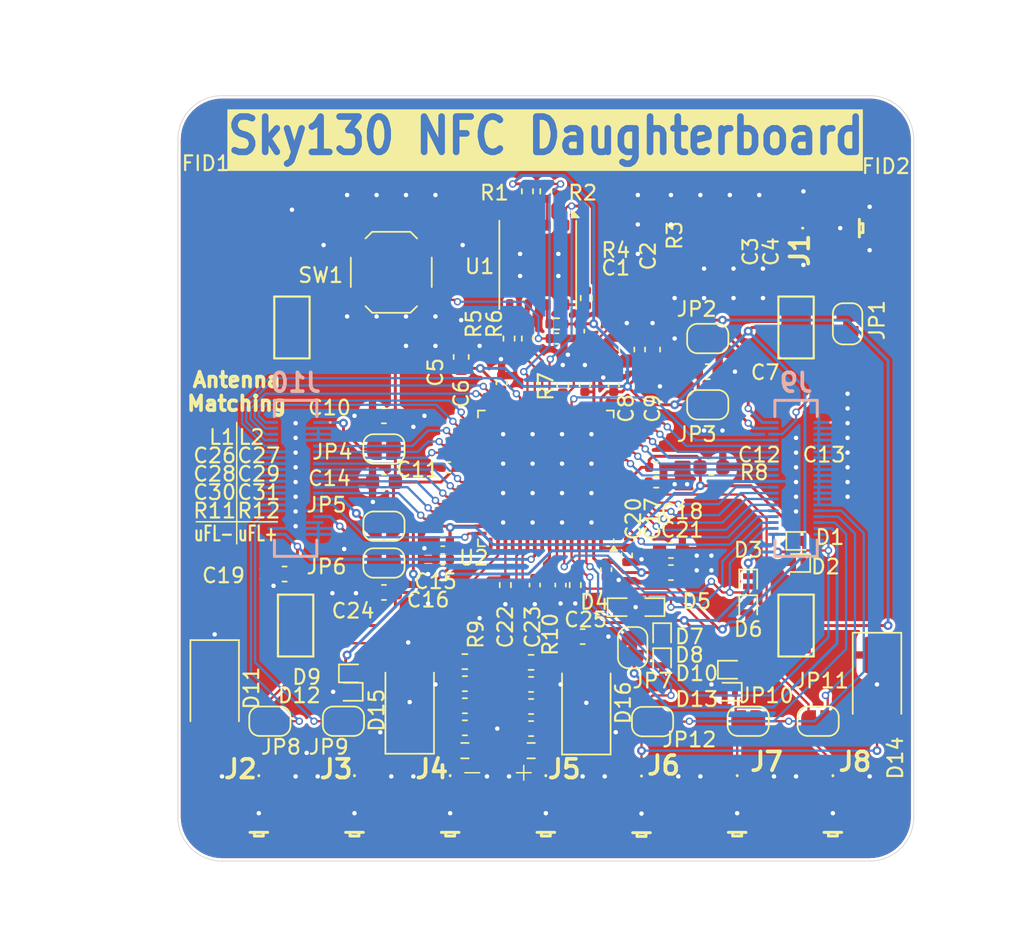
<source format=kicad_pcb>
(kicad_pcb (version 20241229) (generator "pcbnew") (generator_version "9.0")
  (title_block (title "Sky130nm NFC ") (date "2025-10-15") (rev "1.0") (comment 1 "(C) 2025, Alexander Gershman"))
  (layers (0 "F.Cu" signal) (4 "In1.Cu" signal) (6 "In2.Cu" signal) (2 "B.Cu" signal) (13 "F.Paste" user) (15 "B.Paste" user) (5 "F.SilkS" user "F.Silkscreen") (7 "B.SilkS" user "B.Silkscreen") (1 "F.Mask" user) (3 "B.Mask" user) (25 "Edge.Cuts" user))
  (net 0 "")
  (net 1 "GND")
  (net 2 "vddio_vdda_mgmt_3v3")
  (net 3 "/J_clock_uncore")
  (net 4 "/J_clk")
  (net 5 "/J_ext_clk_dig")
  (net 6 "/J_ANA_MUX_OUT_2_EXT")
  (net 7 "/J_ANA_MUX_OUT_EXT")
  (net 8 "/reset_b")
  (net 9 "vccd_mgmt_1v8")
  (net 10 "vccd_user_1v8")
  (net 11 "/spi_flash_0_cs_0")
  (net 12 "/TMS_EXT")
  (net 13 "/tdo")
  (net 14 "/reset_io")
  (net 15 "/ext_clk_dig")
  (net 16 "/TRST_EXT")
  (net 17 "/NFC_AFE_TDO_EXT")
  (net 18 "/jtag_TDI")
  (net 19 "/clk")
  (net 20 "/spi_flash_0_sck")
  (net 21 "/gpio_1_0")
  (net 22 "/spi_flash_0_dq_0")
  (net 23 "/gpio")
  (net 24 "/ANA_MUX_OUT_2_EXT")
  (net 25 "/clock_uncore")
  (net 26 "/flash_io0")
  (net 27 "/FS_EXT")
  (net 28 "/i2c_0_sda")
  (net 29 "vdda_user_3v3")
  (net 30 "/flash_io1")
  (net 31 "/ext_reset_dig")
  (net 33 "/VRECT_OUT_EXT")
  (net 34 "/spi_0_cs_0")
  (net 35 "/spi_0_sck")
  (net 36 "/VREF_EXT")
  (net 37 "/jtag_TDO")
  (net 38 "/tdo2")
  (net 39 "/spi_0_dq_1")
  (net 40 "/ANT_POS_EXT")
  (net 41 "/flash_clk")
  (net 42 "/ANT_NEG_EXT")
  (net 43 "/RESET_EXT")
  (net 44 "/jtag_TCK")
  (net 45 "/spi_flash_0_dq_1")
  (net 46 "/TCK_EXT")
  (net 47 "/flash_csb")
  (net 48 "/spi_flash_0_dq_3")
  (net 49 "/gpio_0_0")
  (net 50 "/spi_0_dq_0")
  (net 51 "/TDI_EXT")
  (net 52 "/jtag_TMS")
  (net 53 "/spi_flash_0_dq_2")
  (net 54 "/ANA_MUX_OUT_EXT")
  (net 55 "/i2c_0_scl")
  (net 56 "VDD_EXT")
  (net 57 "/flash_wpb")
  (net 58 "/flash_rstb")
  (net 59 "/JA_vdda_user_3v3")
  (net 60 "/J_vccd_user_1v8")
  (net 61 "/JB_vdda_user_3v3")
  (net 62 "/J_vccd_mgmt_1v8")
  (net 63 "/J_VDD_EXT")
  (net 64 "/J_vddio_vdda_mgmt_3v3")
  (net 65 "/ANT_NEG_AC_1")
  (net 66 "/ANT_NEG_AC_2")
  (net 67 "/ANT_POS_AC_2")
  (net 68 "/ANT_POS_AC_1")
  (net 69 "/ANT_POS_uFL")
  (net 70 "/ANT_NEG_uFL")
  (net 71 "/J_FS_EXT")
  (net 72 "Net-(U3-CLK)")
  (net 73 "Net-(U3-DI{slash}IO_{0})")
  (net 74 "Net-(U3-DO{slash}IO_{1})")
  (footprint "Capacitor_SMD:C_0402_1005Metric" (layer "F.Cu") (at 78.6 52.2 90)
    (property "Reference" "C20")
    (property "Value" "0.1uf")
  )
  (footprint "Capacitor_SMD:C_0402_1005Metric" (layer "F.Cu") (at 77.15 39.642164 -90)
    (property "Reference" "C8")
    (property "Value" "0.1uf")
  )
  (footprint "Capacitor_SMD:C_0402_1005Metric" (layer "F.Cu") (at 80 51.2 90)
    (property "Reference" "C17")
    (property "Value" "0.1uf")
  )
  (footprint "Capacitor_SMD:C_0402_1005Metric" (layer "F.Cu") (at 67.5 51.5 180)
    (property "Reference" "C16")
    (property "Value" "0.1uf")
  )
  (footprint "Capacitor_SMD:C_0603_1608Metric" (layer "F.Cu") (at 80 37.25 90)
    (property "Reference" "C3")
    (property "Value" "C_1u_0603_50V")
  )
  (footprint "Capacitor_SMD:C_0402_1005Metric" (layer "F.Cu") (at 82 45.25 180)
    (property "Reference" "C12")
    (property "Value" "0.1uf")
  )
  (footprint "592-partslib:STITCHING_VIA_0p3mm" (layer "F.Cu") (at 57.5 66.25)
    (property "Reference" "" (hide yes))
    (property "Value" "STITCHING_VIA_0p3mm" (hide yes))
  )
  (footprint "Diode_SMD:D_SOD-882" (layer "F.Cu") (at 91.65 50.25)
    (property "Reference" "D1")
    (property "Value" "PESD3V3S1UL")
  )
  (footprint "592-partslib:STITCHING_VIA_0p3mm" (layer "F.Cu") (at 57.5 45.25)
    (property "Reference" "" (hide yes))
    (property "Value" "STITCHING_VIA_0p3mm" (hide yes))
  )
  (footprint "592-partslib:STITCHING_VIA_0p3mm" (layer "F.Cu") (at 65 26.75 90)
    (property "Reference" "" (hide yes))
    (property "Value" "STITCHING_VIA_0p3mm" (hide yes))
  )
  (footprint "TestPoint:TestPoint_Keystone_5019_Minature" (layer "F.Cu") (at 57.5 56 -90)
    (property "Reference" "TP3" (hide yes))
    (property "Value" "TestPoint_Alt")
  )
  (footprint "TestPoint:TestPoint_Keystone_5019_Minature" (layer "F.Cu") (at 91.5 35.75 90)
    (property "Reference" "TP2" (hide yes))
    (property "Value" "TestPoint_Alt")
  )
  (footprint "592-partslib:STITCHING_VIA_0p3mm" (layer "F.Cu") (at 81.75 35.45)
    (property "Reference" "" (hide yes))
    (property "Value" "STITCHING_VIA_0p3mm" (hide yes))
  )
  (footprint "592-partslib:STITCHING_VIA_0p3mm" (layer "F.Cu") (at 67 60)
    (property "Reference" "" (hide yes))
    (property "Value" "STITCHING_VIA_0p3mm" (hide yes))
  )
  (footprint "Resistor_SMD:R_0402_1005Metric" (layer "F.Cu") (at 82 46.25 180)
    (property "Reference" "R8")
    (property "Value" "50")
  )
  (footprint "592-partslib:STITCHING_VIA_0p3mm" (layer "F.Cu") (at 95 40.25)
    (property "Reference" "" (hide yes))
    (property "Value" "STITCHING_VIA_0p3mm" (hide yes))
  )
  (footprint "592-partslib:STITCHING_VIA_0p3mm" (layer "F.Cu") (at 75.6 49)
    (property "Reference" "" (hide yes))
    (property "Value" "STITCHING_VIA_0p3mm" (hide yes))
  )
  (footprint "592-partslib:STITCHING_VIA_0p3mm" (layer "F.Cu") (at 68.85 30.15)
    (property "Reference" "" (hide yes))
    (property "Value" "STITCHING_VIA_0p3mm" (hide yes))
  )
  (footprint "592-partslib:STITCHING_VIA_0p3mm" (layer "F.Cu") (at 60 53.8)
    (property "Reference" "" (hide yes))
    (property "Value" "STITCHING_VIA_0p3mm" (hide yes))
  )
  (footprint "Capacitor_SMD:C_0603_1608Metric_Pad1.08x0.95mm_HandSolder" (layer "F.Cu") (at 73.5 61.5)
    (property "Reference" "C29")
    (property "Value" "CA")
  )
  (footprint "592-partslib:STITCHING_VIA_0p3mm" (layer "F.Cu") (at 61 35)
    (property "Reference" "" (hide yes))
    (property "Value" "STITCHING_VIA_0p3mm" (hide yes))
  )
  (footprint "592-partslib:STITCHING_VIA_0p3mm" (layer "F.Cu") (at 75.65 38.3)
    (property "Reference" "" (hide yes))
    (property "Value" "STITCHING_VIA_0p3mm" (hide yes))
  )
  (footprint "592-partslib:STITCHING_VIA_0p3mm" (layer "F.Cu") (at 62.75 47.6)
    (property "Reference" "REF**" (hide yes))
    (property "Value" "STITCHING_VIA_0p3mm" (hide yes))
  )
  (footprint "Diode_SMD:D_SOD-882" (layer "F.Cu") (at 61.25 59.25)
    (property "Reference" "D9")
    (property "Value" "PESD3V3S1UL")
  )
  (footprint "592-partslib:STITCHING_VIA_0p3mm" (layer "F.Cu") (at 75.35 32.25)
    (property "Reference" "STITCHM4" (hide yes))
    (property "Value" "STITCHING_VIA_0p3mm" (hide yes))
  )
  (footprint "592-partslib:STITCHING_VIA_0p3mm" (layer "F.Cu") (at 83.5 66.25)
    (property "Reference" "" (hide yes))
    (property "Value" "STITCHING_VIA_0p3mm" (hide yes))
  )
  (footprint "592-partslib:STITCHING_VIA_0p3mm" (layer "F.Cu") (at 65 35)
    (property "Reference" "" (hide yes))
    (property "Value" "STITCHING_VIA_0p3mm" (hide yes))
  )
  (footprint "592-partslib:STITCHING_VIA_0p3mm" (layer "F.Cu") (at 63 26.75 90)
    (property "Reference" "" (hide yes))
    (property "Value" "STITCHING_VIA_0p3mm" (hide yes))
  )
  (footprint "592-partslib:UFLRSMT180" (layer "F.Cu") (at 87.5 68.75 180)
    (property "Reference" "J7")
    (property "Value" "U.FL-R-SMT-1_80_" (hide yes))
  )
  (footprint "592-partslib:STITCHING_VIA_0p3mm" (layer "F.Cu") (at 57.25 27.75)
    (property "Reference" "" (hide yes))
    (property "Value" "STITCHING_VIA_0p3mm" (hide yes))
  )
  (footprint "592-partslib:UFLRSMT180" (layer "F.Cu") (at 55 68.75 180)
    (property "Reference" "J2")
    (property "Value" "U.FL-R-SMT-1_80_" (hide yes))
  )
  (footprint "592-partslib:STITCHING_VIA_0p3mm" (layer "F.Cu") (at 87.35 38.75)
    (property "Reference" "" (hide yes))
    (property "Value" "STITCHING_VIA_0p3mm" (hide yes))
  )
  (footprint "592-partslib:STITCHING_VIA_0p3mm" (layer "F.Cu") (at 68 68.75)
    (property "Reference" "" (hide yes))
    (property "Value" "STITCHING_VIA_0p3mm" (hide yes))
  )
  (footprint "Diode_SMD:D_SMA" (layer "F.Cu") (at 65.25 61.2 90)
    (property "Reference" "D15")
    (property "Value" "SMAJ10CA")
  )
  (footprint "592-partslib:STITCHING_VIA_0p3mm" (layer "F.Cu") (at 58.25 64.65)
    (property "Reference" "" (hide yes))
    (property "Value" "STITCHING_VIA_0p3mm" (hide yes))
  )
  (footprint "592-partslib:STITCHING_VIA_0p3mm" (layer "F.Cu") (at 66.5 52.5)
    (property "Reference" "" (hide yes))
    (property "Value" "STITCHING_VIA_0p3mm" (hide yes))
  )
  (footprint "Fiducial:Fiducial_1mm_Mask2mm" (layer "F.Cu") (at 97 23)
    (property "Reference" "FID2")
    (property "Value" "Fiducial")
  )
  (footprint "592-partslib:STITCHING_VIA_0p3mm" (layer "F.Cu") (at 73.6 49)
    (property "Reference" "" (hide yes))
    (property "Value" "STITCHING_VIA_0p3mm" (hide yes))
  )
  (footprint "592-partslib:STITCHING_VIA_0p3mm" (layer "F.Cu") (at 65.15 57.15)
    (property "Reference" "" (hide yes))
    (property "Value" "STITCHING_VIA_0p3mm" (hide yes))
  )
  (footprint "Jumper:SolderJumper-2_P1.3mm_Bridged_RoundedPad1.0x1.5mm" (layer "F.Cu") (at 63.5 51.75 180)
    (property "Reference" "JP6")
    (property "Value" "Jumper_2_Small_Bridged")
  )
  (footprint "592-partslib:STITCHING_VIA_0p3mm" (layer "F.Cu") (at 96.5 66.25)
    (property "Reference" "" (hide yes))
    (property "Value" "STITCHING_VIA_0p3mm" (hide yes))
  )
  (footprint "Package_DFN_QFN:QFN-64-1EP_9x9mm_P0.5mm_EP7.65x7.65mm" (layer "F.Cu") (at 74.5 46 180)
    (property "Reference" "U2")
    (property "Value" "Caravel_QFN")
  )
  (footprint "592-partslib:STITCHING_VIA_0p3mm" (layer "F.Cu") (at 95 47.25)
    (property "Reference" "" (hide yes))
    (property "Value" "STITCHING_VIA_0p3mm" (hide yes))
  )
  (footprint "Capacitor_SMD:C_0402_1005Metric" (layer "F.Cu") (at 75.25 36.5)
    (property "Reference" "C1")
    (property "Value" "0.1uf")
  )
  (footprint "592-partslib:STITCHING_VIA_0p3mm" (layer "F.Cu") (at 75.6 45)
    (property "Reference" "" (hide yes))
    (property "Value" "STITCHING_VIA_0p3mm" (hide yes))
  )
  (footprint "592-partslib:UFLRSMT180" (layer "F.Cu") (at 74.5 68.75 180)
    (property "Reference" "J5")
    (property "Value" "U.FL-R-SMT-1_80_" (hide yes))
  )
  (footprint "Capacitor_SMD:C_0603_1608Metric" (layer "F.Cu") (at 63.5 41.75 180)
    (property "Reference" "C10")
    (property "Value" "C_1u_0603_50V")
  )
  (footprint "Diode_SMD:D_SOD-882" (layer "F.Cu") (at 88.25 54.75 -90)
    (property "Reference" "D6")
    (property "Value" "PESD3V3S1UL")
  )
  (footprint "592-partslib:STITCHING_VIA_0p3mm" (layer "F.Cu") (at 95 44.25)
    (property "Reference" "" (hide yes))
    (property "Value" "STITCHING_VIA_0p3mm" (hide yes))
  )
  (footprint "Capacitor_SMD:C_0603_1608Metric" (layer "F.Cu") (at 68.75 37.75 90)
    (property "Reference" "C5")
    (property "Value" "C_1u_0603_50V")
  )
  (footprint "Capacitor_SMD:C_0402_1005Metric" (layer "F.Cu") (at 79.11 39.642164 -90)
    (property "Reference" "C9")
    (property "Value" "0.1uf")
  )
  (footprint "592-partslib:STITCHING_VIA_0p3mm" (layer "F.Cu") (at 84.75 51.25)
    (property "Reference" "" (hide yes))
    (property "Value" "STITCHING_VIA_0p3mm" (hide yes))
  )
  (footprint "592-partslib:STITCHING_VIA_0p3mm" (layer "F.Cu") (at 75.6 47)
    (property "Reference" "" (hide yes))
    (property "Value" "STITCHING_VIA_0p3mm" (hide yes))
  )
  (footprint "592-partslib:STITCHING_VIA_0p3mm" (layer "F.Cu") (at 85.25 33.75)
    (property "Reference" "" (hide yes))
    (property "Value" "STITCHING_VIA_0p3mm" (hide yes))
  )
  (footprint "592-partslib:STITCHING_VIA_0p3mm" (layer "F.Cu") (at 61.5 68.75)
    (property "Reference" "" (hide yes))
    (property "Value" "STITCHING_VIA_0p3mm" (hide yes))
  )
  (footprint "592-partslib:STITCHING_VIA_0p3mm" (layer "F.Cu") (at 80.75 26.75 90)
    (property "Reference" "" (hide yes))
    (property "Value" "STITCHING_VIA_0p3mm" (hide yes))
  )
  (footprint "Resistor_SMD:R_0402_1005Metric" (layer "F.Cu") (at 76.5 53.25 90)
    (property "Reference" "R10")
    (property "Value" "50")
  )
  (footprint "592-partslib:STITCHING_VIA_0p3mm" (layer "F.Cu") (at 72.75 32.25)
    (property "Reference" "STITCHM3" (hide yes))
    (property "Value" "STITCHING_VIA_0p3mm" (hide yes))
  )
  (footprint "Capacitor_SMD:C_0603_1608Metric" (layer "F.Cu") (at 83 52.4)
    (property "Reference" "C21")
    (property "Value" "C_1u_0603_50V")
  )
  (footprint "592-partslib:STITCHING_VIA_0p3mm" (layer "F.Cu") (at 78.75 56.75)
    (property "Reference" "REF**" (hide yes))
    (property "Value" "STITCHING_VIA_0p3mm" (hide yes))
  )
  (footprint "Capacitor_SMD:C_0603_1608Metric" (layer "F.Cu") (at 81.75 37.25 90)
    (property "Reference" "C4")
    (property "Value" "C_1u_0603_50V")
  )
  (footprint "Capacitor_SMD:C_0402_1005Metric" (layer "F.Cu") (at 75.5 53.25 -90)
    (property "Reference" "C23")
    (property "Value" "0.1uf")
  )
  (footprint "592-partslib:STITCHING_VIA_0p3mm" (layer "F.Cu") (at 84.75 52.25)
    (property "Reference" "" (hide yes))
    (property "Value" "STITCHING_VIA_0p3mm" (hide yes))
  )
  (footprint "592-partslib:STITCHING_VIA_0p3mm" (layer "F.Cu") (at 94.5 29)
    (property "Reference" "" (hide yes))
    (property "Value" "STITCHING_VIA_0p3mm" (hide yes))
  )
  (footprint "592-partslib:UFLRSMT180" (layer "F.Cu") (at 61.5 68.75 180)
    (property "Reference" "J3")
    (property "Value" "U.FL-R-SMT-1_80_" (hide yes))
  )
  (footprint "592-partslib:STITCHING_VIA_0p3mm" (layer "F.Cu") (at 91.5 66.25)
    (property "Reference" "" (hide yes))
    (property "Value" "STITCHING_VIA_0p3mm" (hide yes))
  )
  (footprint "592-partslib:STITCHING_VIA_0p3mm" (layer "F.Cu") (at 71.6 43)
    (property "Reference" "" (hide yes))
    (property "Value" "STITCHING_VIA_0p3mm" (hide yes))
  )
  (footprint "592-partslib:STITCHING_VIA_0p3mm" (layer "F.Cu") (at 79.45 52.9)
    (property "Reference" "" (hide yes))
    (property "Value" "STITCHING_VIA_0p3mm" (hide yes))
  )
  (footprint "592-partslib:STITCHING_VIA_0p3mm" (layer "F.Cu") (at 83.25 33.75)
    (property "Reference" "" (hide yes))
    (property "Value" "STITCHING_VIA_0p3mm" (hide yes))
  )
  (footprint "592-partslib:STITCHING_VIA_0p3mm" (layer "F.Cu") (at 65.5 66.25)
    (property "Reference" "" (hide yes))
    (property "Value" "STITCHING_VIA_0p3mm" (hide yes))
  )
  (footprint "Capacitor_SMD:C_0402_1005Metric" (layer "F.Cu") (at 73.75 53.25 -90)
    (property "Reference" "C22")
    (property "Value" "0.1uf")
  )
  (footprint "Jumper:SolderJumper-2_P1.3mm_Bridged_RoundedPad1.0x1.5mm" (layer "F.Cu") (at 81.75 62.525)
    (property "Reference" "JP12")
    (property "Value" "Jumper_2_Small_Bridged")
  )
  (footprint "Diode_SMD:D_SOD-882" (layer "F.Cu") (at 91.65 51.75 180)
    (property "Reference" "D2")
    (property "Value" "PESD3V3S1UL")
  )
  (footprint "Capacitor_SMD:C_0603_1608Metric" (layer "F.Cu") (at 85.75 45.25)
    (property "Reference" "C13")
    (property "Value" "C_1u_0603_50V")
  )
  (footprint "592-partslib:STITCHING_VIA_0p3mm" (layer "F.Cu") (at 78.4 39.15)
    (property "Reference" "" (hide yes))
    (property "Value" "STITCHING_VIA_0p3mm" (hide yes))
  )
  (footprint "592-partslib:STITCHING_VIA_0p3mm" (layer "F.Cu") (at 95 45.25)
    (property "Reference" "" (hide yes))
    (property "Value" "STITCHING_VIA_0p3mm" (hide yes))
  )
  (footprint "592-partslib:STITCHING_VIA_0p3mm" (layer "F.Cu") (at 60.8 50.8)
    (property "Reference" "" (hide yes))
    (property "Value" "STITCHING_VIA_0p3mm" (hide yes))
  )
  (footprint "592-partslib:STITCHING_VIA_0p3mm" (layer "F.Cu") (at 77 66.25)
    (property "Reference" "" (hide yes))
    (property "Value" "STITCHING_VIA_0p3mm" (hide yes))
  )
  (footprint "592-partslib:STITCHING_VIA_0p3mm" (layer "F.Cu") (at 57.5 46.25)
    (property "Reference" "" (hide yes))
    (property "Value" "STITCHING_VIA_0p3mm" (hide yes))
  )
  (footprint "592-partslib:STITCHING_VIA_0p3mm" (layer "F.Cu") (at 56 53.3)
    (property "Reference" "" (hide yes))
    (property "Value" "STITCHING_VIA_0p3mm" (hide yes))
  )
  (footprint "592-partslib:STITCHING_VIA_0p3mm" (layer "F.Cu") (at 76.5 54.5)
    (property "Reference" "REF**" (hide yes))
    (property "Value" "STITCHING_VIA_0p3mm" (hide yes))
  )
  (footprint "592-partslib:STITCHING_VIA_0p3mm" (layer "F.Cu") (at 77.6 45)
    (property "Reference" "" (hide yes))
    (property "Value" "STITCHING_VIA_0p3mm" (hide yes))
  )
  (footprint "592-partslib:STITCHING_VIA_0p3mm" (layer "F.Cu") (at 80 35.45)
    (property "Reference" "" (hide yes))
    (property "Value" "STITCHING_VIA_0p3mm" (hide yes))
  )
  (footprint "Diode_SMD:D_SOD-882" (layer "F.Cu") (at 88.25 53 -90)
    (property "Reference" "D3")
    (property "Value" "PESD3V3S1UL")
  )
  (footprint "592-partslib:UFLRSMT180" (layer "F.Cu") (at 94.5 29 -90)
    (property "Reference" "J1")
    (property "Value" "U.FL-R-SMT-1_80_" (hide yes))
  )
  (footprint "Jumper:SolderJumper-2_P1.3mm_Bridged_RoundedPad1.0x1.5mm" (layer "F.Cu") (at 88.25 62.5)
    (property "Reference" "JP10")
    (property "Value" "Jumper_2_Small_Bridged")
  )
  (footprint "Resistor_SMD:R_0402_1005Metric" (layer "F.Cu") (at 75.25 35.5 180)
    (property "Reference" "R4")
    (property "Value" "10k")
  )
  (footprint "Resistor_SMD:R_0402_1005Metric" (layer "F.Cu") (at 77.25 33.75 90)
    (property "Reference" "R3")
    (property "Value" "10k")
  )
  (footprint "Jumper:SolderJumper-2_P1.3mm_Bridged_RoundedPad1.0x1.5mm" (layer "F.Cu") (at 95 35.5 -90)
    (property "Reference" "JP1")
    (property "Value" "Jumper_2_Small_Bridged")
  )
  (footprint "Diode_SMD:D_SMA" (layer "F.Cu") (at 97 60 -90)
    (property "Reference" "D14")
    (property "Value" "SMAJ10CA")
  )
  (footprint "592-partslib:STITCHING_VIA_0p3mm" (layer "F.Cu") (at 72 66.25)
    (property "Reference" "" (hide yes))
    (property "Value" "STITCHING_VIA_0p3mm" (hide yes))
  )
  (footprint "Jumper:SolderJumper-2_P1.3mm_Bridged_RoundedPad1.0x1.5mm" (layer "F.Cu") (at 60.75 62.5 180)
    (property "Reference" "JP9")
    (property "Value" "Jumper_2_Small_Bridged")
  )
  (footprint "592-partslib:STITCHING_VIA_0p3mm" (layer "F.Cu") (at 94 68.75)
    (property "Reference" "" (hide yes))
    (property "Value" "STITCHING_VIA_0p3mm" (hide yes))
  )
  (footprint "592-partslib:STITCHING_VIA_0p3mm" (layer "F.Cu") (at 95 42.25)
    (property "Reference" "" (hide yes))
    (property "Value" "STITCHING_VIA_0p3mm" (hide yes))
  )
  (footprint "592-partslib:STITCHING_VIA_0p3mm" (layer "F.Cu") (at 73.6 47)
    (property "Reference" "" (hide yes))
    (property "Value" "STITCHING_VIA_0p3mm" (hide yes))
  )
  (footprint "Capacitor_SMD:C_0603_1608Metric" (layer "F.Cu") (at 63.5 46.25 180)
    (property "Reference" "C14")
    (property "Value" "C_1u_0603_50V")
  )
  (footprint "592-partslib:STITCHING_VIA_0p3mm" (layer "F.Cu") (at 82.25 39.75)
    (property "Reference" "" (hide yes))
    (property "Value" "STITCHING_VIA_0p3mm" (hide yes))
  )
  (footprint "592-partslib:STITCHING_VIA_0p3mm" (layer "F.Cu") (at 76 37.6)
    (property "Reference" "" (hide yes))
    (property "Value" "STITCHING_VIA_0p3mm" (hide yes))
  )
  (footprint "592-partslib:STITCHING_VIA_0p3mm" (layer "F.Cu") (at 81 51.5)
    (property "Reference" "" (hide yes))
    (property "Value" "STITCHING_VIA_0p3mm" (hide yes))
  )
  (footprint "592-partslib:STITCHING_VIA_0p3mm" (layer "F.Cu") (at 91.5 45.25)
    (property "Reference" "" (hide yes))
    (property "Value" "STITCHING_VIA_0p3mm" (hide yes))
  )
  (footprint "592-partslib:STITCHING_VIA_0p3mm" (layer "F.Cu") (at 65.5 42.5)
    (property "Reference" "" (hide yes))
    (property "Value" "STITCHING_VIA_0p3mm" (hide yes))
  )
  (footprint "Jumper:SolderJumper-2_P1.3mm_Bridged_RoundedPad1.0x1.5mm" (layer "F.Cu") (at 85.5 36.5 180)
    (property "Reference" "JP2")
    (property "Value" "Jumper_2_Small_Bridged")
  )
  (footprint "592-partslib:STITCHING_VIA_0p3mm" (layer "F.Cu") (at 83 28.75)
    (property "Reference" "" (hide yes))
    (property "Value" "STITCHING_VIA_0p3mm" (hide yes))
  )
  (footprint "592-partslib:STITCHING_VIA_0p3mm" (layer "F.Cu") (at 70 55.5)
    (property "Reference" "" (hide yes))
    (property "Value" "STITCHING_VIA_0p3mm" (hide yes))
  )
  (footprint "592-partslib:STITCHING_VIA_0p3mm" (layer "F.Cu") (at 57.5 48.25)
    (property "Reference" "" (hide yes))
    (property "Value" "STITCHING_VIA_0p3mm" (hide yes))
  )
  (footprint "Diode_SMD:D_SOD-882" (layer "F.Cu") (at 87 59)
    (property "Reference" "D10")
    (property "Value" "PESD3V3S1UL")
  )
  (footprint "Capacitor_SMD:C_0603_1608Metric" (layer "F.Cu") (at 56.75 52.5 180)
    (property "Reference" "C19")
    (property "Value" "C_1u_0603_50V")
  )
  (footprint "592-partslib:STITCHING_VIA_0p3mm" (layer "F.Cu") (at 70 37)
    (property "Reference" "" (hide yes))
    (property "Value" "STITCHING_VIA_0p3mm" (hide yes))
  )
  (footprint "592-partslib:STITCHING_VIA_0p3mm" (layer "F.Cu") (at 83.25 36.5)
    (property "Reference" "" (hide yes))
    (property "Value" "STITCHING_VIA_0p3mm" (hide yes))
  )
  (footprint "Capacitor_SMD:C_0402_1005Metric" (layer "F.Cu") (at 67.5 50.25 180)
    (property "Reference" "C15")
    (property "Value" "0.1uf")
  )
  (footprint "592-partslib:STITCHING_VIA_0p3mm" (layer "F.Cu") (at 65 37)
    (property "Reference" "" (hide yes))
    (property "Value" "STITCHING_VIA_0p3mm" (hide yes))
  )
  (footprint "592-partslib:STITCHING_VIA_0p3mm" (layer "F.Cu") (at 77.6 43)
    (property "Reference" "" (hide yes))
    (property "Value" "STITCHING_VIA_0p3mm" (hide yes))
  )
  (footprint "592-partslib:STITCHING_VIA_0p3mm" (layer "F.Cu") (at 61 26.75 90)
    (property "Reference" "" (hide yes))
    (property "Value" "STITCHING_VIA_0p3mm" (hide yes))
  )
  (footprint "Jumper:SolderJumper-2_P1.3mm_Bridged_RoundedPad1.0x1.5mm" (layer "F.Cu") (at 93 62.5)
    (property "Reference" "JP11")
    (property "Value" "Jumper_2_Small_Bridged")
  )
  (footprint "592-partslib:STITCHING_VIA_0p3mm" (layer "F.Cu") (at 80.6 54.75)
    (property "Reference" "REF**" (hide yes))
    (property "Value" "STITCHING_VIA_0p3mm" (hide yes))
  )
  (footprint "592-partslib:STITCHING_VIA_0p3mm" (layer "F.Cu") (at 91.5 46.25)
    (property "Reference" "" (hide yes))
    (property "Value" "STITCHING_VIA_0p3mm" (hide yes))
  )
  (footprint "592-partslib:STITCHING_VIA_0p3mm" (layer "F.Cu") (at 67 37)
    (property "Reference" "" (hide yes))
    (property "Value" "STITCHING_VIA_0p3mm" (hide yes))
  )
  (footprint "592-partslib:STITCHING_VIA_0p3mm" (layer "F.Cu") (at 80.75 30.75)
    (property "Reference" "" (hide yes))
    (property "Value" "STITCHING_VIA_0p3mm" (hide yes))
  )
  (footprint "Capacitor_SMD:C_0603_1608Metric_Pad1.08x0.95mm_HandSolder" (layer "F.Cu") (at 73.5 63 180)
    (property "Reference" "C31")
    (property "Value" "CB")
  )
  (footprint "592-partslib:STITCHING_VIA_0p3mm" (layer "F.Cu") (at 71.75 54.55)
    (property "Reference" "" (hide yes))
    (property "Value" "STITCHING_VIA_0p3mm" (hide yes))
  )
  (footprint "592-partslib:STITCHING_VIA_0p3mm" (layer "F.Cu") (at 71.6 47)
    (property "Reference" "" (hide yes))
    (property "Value" "STITCHING_VIA_0p3mm" (hide yes))
  )
  (footprint "Diode_SMD:D_SOD-882" (layer "F.Cu") (at 79.5 54.75)
    (property "Reference" "D4")
    (property "Value" "PESD3V3S1UL")
  )
  (footprint "Capacitor_SMD:C_0402_1005Metric" (layer "F.Cu") (at 67.9 45.25 180)
    (property "Reference" "C11")
    (property "Value" "0.1uf")
  )
  (footprint "592-partslib:STITCHING_VIA_0p3mm" (layer "F.Cu") (at 95 43.25)
    (property "Reference" "" (hide yes))
    (property "Value" "STITCHING_VIA_0p3mm" (hide yes))
  )
  (footprint "Capacitor_SMD:C_0402_1005Metric" (layer "F.Cu") (at 71.5 39.5 -90)
    (property "Reference" "C6")
    (property "Value" "0.1uf")
  )
  (footprint "592-partslib:STITCHING_VIA_0p3mm" (layer "F.Cu") (at 72.75 30.75)
    (property "Reference" "STITCHM1" (hide yes))
    (property "Value" "STITCHING_VIA_0p3mm" (hide yes))
  )
  (footprint "592-partslib:STITCHING_VIA_0p3mm" (layer "F.Cu") (at 71.6 45)
    (property "Reference" "" (hide yes))
    (property "Value" "STITCHING_VIA_0p3mm" (hide yes))
  )
  (footprint "592-partslib:STITCHING_VIA_0p3mm" (layer "F.Cu") (at 73.6 45)
    (property "Reference" "" (hide yes))
    (property "Value" "STITCHING_VIA_0p3mm" (hide yes))
  )
  (footprint "592-partslib:STITCHING_VIA_0p3mm" (layer "F.Cu") (at 85.75 60)
    (property "Reference" "" (hide yes))
    (property "Value" "STITCHING_VIA_0p3mm" (hide yes))
  )
  (footprint "592-partslib:STITCHING_VIA_0p3mm" (layer "F.Cu") (at 85.25 31.75)
    (property "Reference" "" (hide yes))
    (property "Value" "STITCHING_VIA_0p3mm" (hide yes))
  )
  (footprint "592-partslib:STITCHING_VIA_0p3mm" (layer "F.Cu") (at 91.5 43.25)
    (property "Reference" "" (hide yes))
    (property "Value" "STITCHING_VIA_0p3mm" (hide yes))
  )
  (footprint "592-partslib:UFLRSMT180" (layer "F.Cu") (at 68 68.75 180)
    (property "Reference" "J4")
    (property "Value" "U.FL-R-SMT-1_80_" (hide yes))
  )
  (footprint "592-partslib:STITCHING_VIA_0p3mm" (layer "F.Cu") (at 83 26.75)
    (property "Reference" "" (hide yes))
    (property "Value" "STITCHING_VIA_0p3mm" (hide yes))
  )
  (footprint "592-partslib:STITCHING_VIA_0p3mm" (layer "F.Cu") (at 89.25 33.75)
    (property "Reference" "" (hide yes))
    (property "Value" "STITCHING_VIA_0p3mm" (hide yes))
  )
  (footprint "Capacitor_SMD:C_0603_1608Metric_Pad1.08x0.95mm_HandSolder" (layer "F.Cu") (at 69 61.45 180)
    (property "Reference" "C28")
    (property "Value" "CA")
  )
  (footprint "592-partslib:STITCHING_VIA_0p3mm" (layer "F.Cu") (at 67 26.75 90)
    (property "Reference" "" (hide yes))
    (property "Value" "STITCHING_VIA_0p3mm" (hide yes))
  )
  (footprint "592-partslib:STITCHING_VIA_0p3mm" (layer "F.Cu") (at 91.5 44.25)
    (property "Reference" "" (hide yes))
    (property "Value" "STITCHING_VIA_0p3mm" (hide yes))
  )
  (footprint "592-partslib:STITCHING_VIA_0p3mm" (layer "F.Cu") (at 84.1 46.4)
    (property "Reference" "" (hide yes))
    (property "Value" "STITCHING_VIA_0p3mm" (hide yes))
  )
  (footprint "Jumper:SolderJumper-2_P1.3mm_Bridged_RoundedPad1.0x1.5mm" (layer "F.Cu") (at 63.5 49.25 180)
    (property "Reference" "JP5")
    (property "Value" "Jumper_2_Small_Bridged")
  )
  (footprint "592-partslib:STITCHING_VIA_0p3mm" (layer "F.Cu") (at 75.6 43)
    (property "Reference" "" (hide yes))
    (property "Value" "STITCHING_VIA_0p3mm" (hide yes))
  )
  (footprint "592-partslib:STITCHING_VIA_0p3mm" (layer "F.Cu") (at 73.75 54.55)
    (property "Reference" "REF**" (hide yes))
    (property "Value" "STITCHING_VIA_0p3mm" (hide yes))
  )
  (footprint "592-partslib:STITCHING_VIA_0p3mm" (layer "F.Cu") (at 66.25 41.75)
    (property "Reference" "" (hide yes))
    (property "Value" "STITCHING_VIA_0p3mm" (hide yes))
  )
  (footprint "592-partslib:STITCHING_VIA_0p3mm" (layer "F.Cu") (at 66.5 54.5)
    (property "Reference" "" (hide yes))
    (property "Value" "STITCHING_VIA_0p3mm" (hide yes))
  )
  (footprint "592-partslib:STITCHING_VIA_0p3mm" (layer "F.Cu") (at 71.45 37.9)
    (property "Reference" "" (hide yes))
    (property "Value" "STITCHING_VIA_0p3mm" (hide yes))
  )
  (footprint "Resistor_SMD:R_0402_1005Metric" (layer "F.Cu") (at 73.25 26.5 -90)
    (property "Reference" "R1")
    (property "Value" "10k")
  )
  (footprint "592-partslib:STITCHING_VIA_0p3mm" (layer "F.Cu") (at 64 66.25)
    (property "Reference" "" (hide yes))
    (property "Value" "STITCHING_VIA_0p3mm" (hide yes))
  )
  (footprint "592-partslib:STITCHING_VIA_0p3mm" (layer "F.Cu") (at 57.5 49.25)
    (property "Reference" "" (hide yes))
    (property "Value" "STITCHING_VIA_0p3mm" (hide yes))
  )
  (footprint "592-partslib:STITCHING_VIA_0p3mm" (layer "F.Cu") (at 61.5 41.75)
    (property "Reference" "REF**" (hide yes))
    (property "Value" "STITCHING_VIA_0p3mm" (hide yes))
  )
  (footprint "Resistor_SMD:R_0402_1005Metric" (layer "F.Cu") (at 71.75 53.25 90)
    (property "Reference" "R9")
    (property "Value" "50")
  )
  (footprint "592-partslib:STITCHING_VIA_0p3mm" (layer "F.Cu") (at 91.5 47.25)
    (property "Reference" "" (hide yes))
    (property "Value" "STITCHING_VIA_0p3mm" (hide yes))
  )
  (footprint "592-partslib:STITCHING_VIA_0p3mm" (layer "F.Cu") (at 63.25 63.25)
    (property "Reference" "" (hide yes))
    (property "Value" "STITCHING_VIA_0p3mm" (hide yes))
  )
  (footprint "Jumper:SolderJumper-2_P1.3mm_Bridged_RoundedPad1.0x1.5mm" (layer "F.Cu") (at 63.5 44)
    (property "Reference" "JP4")
    (property "Value" "Jumper_2_Small_Bridged")
  )
  (footprint "Diode_SMD:D_SMA" (layer "F.Cu") (at 52 60.5 -90)
    (property "Reference" "D11")
    (property "Value" "SMAJ10CA")
  )
  (footprint "Package_SON:WSON-8-1EP_6x5mm_P1.27mm_EP3.4x4.3mm" (layer "F.Cu") (at 73.95 31.5 -90)
    (property "Reference" "U1")
    (property "Value" "W25Q32JVZP")
  )
  (footprint "TestPoint:TestPoint_Keystone_5019_Minature" (layer "F.Cu") (at 57.25 35.75 90)
    (property "Reference" "TP1" (hide yes))
    (property "Value" "TestPoint_Alt")
  )
  (footprint "592-partslib:STITCHING_VIA_0p3mm" (layer "F.Cu") (at 85.75 52.25)
    (property "Reference" "" (hide yes))
    (property "Value" "STITCHING_VIA_0p3mm" (hide yes))
  )
  (footprint "592-partslib:UFLRSMT180" (layer "F.Cu") (at 94 68.75 180)
    (property "Reference" "J8")
    (property "Value" "U.FL-R-SMT-1_80_" (hide yes))
  )
  (footprint "Diode_SMD:D_SOD-882" (layer "F.Cu") (at 82.4 58.35 -90)
    (property "Reference" "D8")
    (property "Value" "PESD3V3S1UL")
  )
  (footprint "592-partslib:STITCHING_VIA_0p3mm" (layer "F.Cu") (at 71.6 49)
    (property "Reference" "" (hide yes))
    (property "Value" "STITCHING_VIA_0p3mm" (hide yes))
  )
  (footprint "592-partslib:STITCHING_VIA_0p3mm" (layer "F.Cu") (at 90 66.25)
    (property "Reference" "" (hide yes))
    (property "Value" "STITCHING_VIA_0p3mm" (hide yes))
  )
  (footprint "592-partslib:STITCHING_VIA_0p3mm" (layer "F.Cu") (at 75.5 60)
    (property "Reference" "" (hide yes))
    (property "Value" "STITCHING_VIA_0p3mm" (hide yes))
  )
  (footprint "592-partslib:STITCHING_VIA_0p3mm" (layer "F.Cu") (at 59 66.25)
    (property "Reference" "" (hide yes))
    (property "Value" "STITCHING_VIA_0p3mm" (hide yes))
  )
  (footprint "Inductor_SMD:L_0603_1608Metric_Pad1.05x0.95mm_HandSolder" (layer "F.Cu") (at 73.5 58.5 180)
    (property "Reference" "L2")
    (property "Value" "L0")
  )
  (footprint "592-partslib:STITCHING_VIA_0p3mm" (layer "F.Cu") (at 73.6 43)
    (property "Reference" "" (hide yes))
    (property "Value" "STITCHING_VIA_0p3mm" (hide yes))
  )
  (footprint "592-partslib:STITCHING_VIA_0p3mm" (layer "F.Cu") (at 65.25 61.2)
    (property "Reference" "" (hide yes))
    (property "Value" "STITCHING_VIA_0p3mm" (hide yes))
  )
  (footprint "592-partslib:STITCHING_VIA_0p3mm" (layer "F.Cu") (at 89.25 31.75)
    (property "Reference" "" (hide yes))
    (property "Value" "STITCHING_VIA_0p3mm" (hide yes))
  )
  (footprint "592-partslib:STITCHING_VIA_0p3mm" (layer "F.Cu") (at 57.5 43.25)
    (property "Reference" "" (hide yes))
    (property "Value" "STITCHING_VIA_0p3mm" (hide yes))
  )
  (footprint "592-partslib:STITCHING_VIA_0p3mm" (layer "F.Cu") (at 87 26.75)
    (property "Reference" "" (hide yes))
    (property "Value" "STITCHING_VIA_0p3mm" (hide yes))
  )
  (footprint "592-partslib:STITCHING_VIA_0p3mm" (layer "F.Cu") (at 80.75 28.75 90)
    (property "Reference" "" (hide yes))
    (property "Value" "STITCHING_VIA_0p3mm" (hide yes))
  )
  (footprint "Diode_SMD:D_SOD-882" (layer "F.Cu") (at 61.25 60.5 180)
    (property "Reference" "D12")
    (property "Value" "PESD3V3S1UL")
  )
  (footprint "Capacitor_SMD:C_0603_1608Metric" (layer "F.Cu") (at 83 50.9)
    (property "Reference" "C18")
    (property "Value" "C_1u_0603_50V")
  )
  (footprint "592-partslib:STITCHING_VIA_0p3mm" (layer "F.Cu") (at 60.05 60.5)
    (property "Reference" "" (hide yes))
    (property "Value" "STITCHING_VIA_0p3mm" (hide yes))
  )
  (footprint "592-partslib:STITCHING_VIA_0p3mm" (layer "F.Cu") (at 68.75 35.25)
    (property "Reference" "" (hide yes))
    (property "Value" "STITCHING_VIA_0p3mm" (hide yes))
  )
  (footprint "592-partslib:STITCHING_VIA_0p3mm" (layer "F.Cu") (at 52 56.6)
    (property "Reference" "" (hide yes))
    (property "Value" "STITCHING_VIA_0p3mm" (hide yes))
  )
  (footprint "592-partslib:STITCHING_VIA_0p3mm" (layer "F.Cu") (at 71.2 63)
    (property "Reference" "" (hide yes))
    (property "Value" "STITCHING_VIA_0p3mm" (hide yes))
  )
  (footprint "592-partslib:STITCHING_VIA_0p3mm" (layer "F.Cu") (at 70.5 66.25)
    (property "Reference" "" (hide yes))
    (property "Value" "STITCHING_VIA_0p3mm" (hide yes))
  )
  (footprint "592-partslib:STITCHING_VIA_0p3mm" (layer "F.Cu") (at 57.5 42.25)
    (property "Reference" "" (hide yes))
    (property "Value" "STITCHING_VIA_0p3mm" (hide yes))
  )
  (footprint "Capacitor_SMD:C_0603_1608Metric_Pad1.08x0.95mm_HandSolder" (layer "F.Cu") (at 73.5 60)
    (property "Reference" "C27")
    (property "Value" "C0")
  )
  (footprint "592-partslib:STITCHING_VIA_0p3mm" (layer "F.Cu") (at 89 26.75)
    (property "Reference" "" (hide yes))
    (property "Value" "STITCHING_VIA_0p3mm" (hide yes))
  )
  (footprint "Resistor_SMD:R_0402_1005Metric" (layer "F.Cu") (at 73.25 36.5 -90)
    (property "Reference" "R6")
    (property "Value" "0")
  )
  (footprint "Capacitor_SMD:C_0603_1608Metric" (layer "F.Cu") (at 85.5 38.75)
    (property "Reference" "C7")
    (property "Value" "C_1u_0603_50V")
  )
  (footprint "592-partslib:UFLRSMT180" (layer "F.Cu") (at 81 68.775 180)
    (property "Reference" "J6")
    (property "Value" "U.FL-R-SMT-1_80_" (hide yes))
  )
  (footprint "592-partslib:STITCHING_VIA_0p3mm" (layer "F.Cu") (at 92 31.5 90)
    (property "Reference" "" (hide yes))
    (property "Value" "STITCHING_VIA_0p3mm" (hide yes))
  )
  (footprint "Button_Switch_SMD:SW_Push_1P1T_XKB_TS-1187A" (layer "F.Cu") (at 64 32)
    (property "Reference" "SW1")
    (property "Value" "SW_Push")
  )
  (footprint "592-partslib:STITCHING_VIA_0p3mm" (layer "F.Cu") (at 78.5 66.25)
    (property "Reference" "" (hide yes))
    (property "Value" "STITCHING_VIA_0p3mm" (hide yes))
  )
  (footprint "Resistor_SMD:R_0603_1608Metric_Pad0.98x0.95mm_HandSolder" (layer "F.Cu") (at 73.5 64.5)
    (property "Reference" "R12")
    (property "Value" "Rq")
  )
  (footprint "Jumper:SolderJumper-2_P1.3mm_Bridged_RoundedPad1.0x1.5mm" (layer "F.Cu") (at 55.75 62.5)
    (property "Reference" "JP8")
    (property "Value" "Jumper_2_Small_Bridged")
  )
  (footprint "592-partslib:STITCHING_VIA_0p3mm" (layer "F.Cu") (at 96.5 30.5)
    (property "Reference" "" (hide yes))
    (property "Value" "STITCHING_VIA_0p3mm" (hide yes))
  )
  (footprint "592-partslib:STITCHING_VIA_0p3mm" (layer "F.Cu") (at 55 68.75)
    (property "Reference" "" (hide yes))
    (property "Value" "STITCHING_VIA_0p3mm" (hide yes))
  )
  (footprint "592-partslib:STITCHING_VIA_0p3mm" (layer "F.Cu") (at 85.75 51.25)
    (property "Reference" "" (hide yes))
    (property "Value" "STITCHING_VIA_0p3mm" (hide yes))
  )
  (footprint "592-partslib:STITCHING_VIA_0p3mm" (layer "F.Cu") (at 67 35)
    (property "Reference" "" (hide yes))
    (property "Value" "STITCHING_VIA_0p3mm" (hide yes))
  )
  (footprint "592-partslib:STITCHING_VIA_0p3mm" (layer "F.Cu") (at 75.5 54.5)
    (property "Reference" "REF**" (hide yes))
    (property "Value" "STITCHING_VIA_0p3mm" (hide yes))
  )
  (footprint "592-partslib:STITCHING_VIA_0p3mm" (layer "F.Cu") (at 92 26.5 90)
    (property "Reference" "" (hide yes))
    (property "Value" "STITCHING_VIA_0p3mm" (hide yes))
  )
  (footprint "Capacitor_SMD:C_0603_1608Metric" (layer "F.Cu") (at 77 56.75 180)
    (property "Reference" "C25")
    (property "Value" "C_1u_0603_50V")
  )
  (footprint "592-partslib:STITCHING_VIA_0p3mm" (layer "F.Cu") (at 85 26.75)
    (property "Reference" "" (hide yes))
    (property "Value" "STITCHING_VIA_0p3mm" (hide yes))
  )
  (footprint "592-partslib:STITCHING_VIA_0p3mm" (layer "F.Cu") (at 81 68.775)
    (property "Reference" "" (hide yes))
    (property "Value" "STITCHING_VIA_0p3mm" (hide yes))
  )
  (footprint "Diode_SMD:D_SOD-882" (layer "F.Cu") (at 81.75 54.75 180)
    (property "Reference" "D5")
    (property "Value" "PESD3V3S1UL")
  )
  (footprint "Resistor_SMD:R_0402_1005Metric" (layer "F.Cu") (at 74.5 26.5 90)
    (property "Reference" "R2")
    (property "Value" "0")
  )
  (footprint "592-partslib:STITCHING_VIA_0p3mm" (layer "F.Cu") (at 83.25 46.4)
    (property "Reference" "STITCHM5" (hide yes))
    (property "Value" "STITCHING_VIA_0p3mm" (hide yes))
  )
  (footprint "Diode_SMD:D_SMA" (layer "F.Cu") (at 77.25 61.25 90)
    (property "Reference" "D16")
    (property "Value" "SMAJ10CA")
  )
  (footprint "592-partslib:STITCHING_VIA_0p3mm" (layer "F.Cu") (at 77.15 38.3)
    (property "Reference" "" (hide yes))
    (property "Value" "STITCHING_VIA_0p3mm" (hide yes))
  )
  (footprint "592-partslib:STITCHING_VIA_0p3mm" (layer "F.Cu") (at 77.6 49)
    (property "Reference" "" (hide yes))
    (property "Value" "STITCHING_VIA_0p3mm" (hide yes))
  )
  (footprint "592-partslib:STITCHING_VIA_0p3mm" (layer "F.Cu") (at 77.6 47)
    (property "Reference" "" (hide yes))
    (property "Value" "STITCHING_VIA_0p3mm" (hide yes))
  )
  (footprint "592-partslib:STITCHING_VIA_0p3mm" (layer "F.Cu") (at 79.25 63.25)
    (property "Reference" "" (hide yes))
    (property "Value" "STITCHING_VIA_0p3mm" (hide yes))
  )
  (footprint "Fiducial:Fiducial_1mm_Mask2mm" (layer "F.Cu") (at 52 23)
    (property "Reference" "FID1")
    (property "Value" "Fiducial")
  )
  (footprint "592-partslib:STITCHING_VIA_0p3mm" (layer "F.Cu") (at 86.5 42.75)
    (property "Reference" "" (hide yes))
    (property "Value" "STITCHING_VIA_0p3mm" (hide yes))
  )
  (footprint "592-partslib:STITCHING_VIA_0p3mm" (layer "F.Cu") (at 85 66.25)
    (property "Reference" "" (hide yes))
    (property "Value" "STITCHING_VIA_0p3mm" (hide yes))
  )
  (footprint "592-partslib:STITCHING_VIA_0p3mm" (layer "F.Cu") (at 52.5 66.25)
    (property "Reference" "" (hide yes))
    (property "Value" "STITCHING_VIA_0p3mm" (hide yes))
  )
  (footprint "592-partslib:STITCHING_VIA_0p3mm" (layer "F.Cu") (at 61.6 53.8)
    (property "Reference" "" (hide yes))
    (property "Value" "STITCHING_VIA_0p3mm" (hide yes))
  )
  (footprint "Diode_SMD:D_SOD-882" (layer "F.Cu") (at 87 60.5 180)
    (property "Reference" "D13")
    (property "Value" "PESD3V3S1UL")
  )
  (footprint "Capacitor_SMD:C_0603_1608Metric_Pad1.08x0.95mm_HandSolder" (layer "F.Cu") (at 69 62.95 180)
    (property "Reference" "C30")
    (property "Value" "CB")
  )
  (footprint "Jumper:SolderJumper-2_P1.3mm_Bridged_RoundedPad1.0x1.5mm" (layer "F.Cu") (at 80.4 57.5 90)
    (property "Reference" "JP7")
    (property "Value" "Jumper_2_Small_Bridged")
  )
  (footprint "592-partslib:STITCHING_VIA_0p3mm" (layer "F.Cu") (at 87.25 31.75)
    (property "Reference" "" (hide yes))
    (property "Value" "STITCHING_VIA_0p3mm" (hide yes))
  )
  (footprint "Jumper:SolderJumper-2_P1.3mm_Bridged_RoundedPad1.0x1.5mm" (layer "F.Cu") (at 85.5 41 180)
    (property "Reference" "JP3")
    (property "Value" "Jumper_2_Small_Bridged")
  )
  (footprint "Resistor_SMD:R_0402_1005Metric" (layer "F.Cu") (at 75.65 39.65 -90)
    (property "Reference" "R7")
    (property "Value" "50")
  )
  (footprint "592-partslib:STITCHING_VIA_0p3mm" (layer "F.Cu") (at 57.5 44.25)
    (property "Reference" "" (hide yes))
    (property "Value" "STITCHING_VIA_0p3mm" (hide yes))
  )
  (footprint "592-partslib:STITCHING_VIA_0p3mm" (layer "F.Cu") (at 74.5 68.75)
    (property "Reference" "" (hide yes))
    (property "Value" "STITCHING_VIA_0p3mm" (hide yes))
  )
  (footprint "592-partslib:STITCHING_VIA_0p3mm" (layer "F.Cu") (at 95 46.25)
    (property "Reference" "" (hide yes))
    (property "Value" "STITCHING_VIA_0p3mm" (hide yes))
  )
  (footprint "592-partslib:STITCHING_VIA_0p3mm" (layer "F.Cu") (at 87.5 68.75)
    (property "Reference" "" (hide yes))
    (property "Value" "STITCHING_VIA_0p3mm" (hide yes))
  )
  (footprint "592-partslib:STITCHING_VIA_0p3mm" (layer "F.Cu") (at 87.25 33.75)
    (property "Reference" "" (hide yes))
    (property "Value" "STITCHING_VIA_0p3mm" (hide yes))
  )
  (footprint "592-partslib:STITCHING_VIA_0p3mm" (layer "F.Cu") (at 57.5 47.25)
    (property "Reference" "" (hide yes))
    (property "Value" "STITCHING_VIA_0p3mm" (hide yes))
  )
  (footprint "Capacitor_SMD:C_0603_1608Metric_Pad1.08x0.95mm_HandSolder" (layer "F.Cu") (at 69 59.95)
    (property "Reference" "C26")
    (property "Value" "C0")
  )
  (footprint "592-partslib:STITCHING_VIA_0p3mm" (layer "F.Cu") (at 63 35)
    (property "Reference" "" (hide yes))
    (property "Value" "STITCHING_VIA_0p3mm" (hide yes))
  )
  (footprint "Capacitor_SMD:C_0402_1005Metric" (layer "F.Cu") (at 76.75 36 90)
    (property "Reference" "C2")
    (property "Value" "0.1uf")
  )
  (footprint "592-partslib:STITCHING_VIA_0p3mm" (layer "F.Cu") (at 91.5 48.25)
    (property "Reference" "" (hide yes))
    (property "Value" "STITCHING_VIA_0p3mm" (hide yes))
  )
  (footprint "Diode_SMD:D_SOD-882" (layer "F.Cu") (at 82.4 56.65 -90)
    (property "Reference" "D7")
    (property "Value" "PESD3V3S1UL")
  )
  (footprint "TestPoint:TestPoint_Keystone_5019_Minature" (layer "F.Cu") (at 91.5 56 -90)
    (property "Reference" "TP4" (hide yes))
    (property "Value" "TestPoint_Alt")
  )
  (footprint "592-partslib:STITCHING_VIA_0p3mm" (layer "F.Cu") (at 85.25 42.75)
    (property "Reference" "" (hide yes))
    (property "Value" "STITCHING_VIA_0p3mm" (hide yes))
  )
  (footprint "Resistor_SMD:R_0603_1608Metric_Pad0.98x0.95mm_HandSolder" (layer "F.Cu") (at 69 64.5 180)
    (property "Reference" "R11")
    (property "Value" "Rq")
  )
  (footprint "Inductor_SMD:L_0603_1608Metric_Pad1.05x0.95mm_HandSolder" (layer "F.Cu") (at 69 58.45)
    (property "Reference" "L1")
    (property "Value" "L0")
  )
  (footprint "592-partslib:STITCHING_VIA_0p3mm" (layer "F.Cu") (at 66.25 50.75)
    (property "Reference" "" (hide yes))
    (property "Value" "STITCHING_VIA_0p3mm" (hide yes))
  )
  (footprint "592-partslib:STITCHING_VIA_0p3mm" (layer "F.Cu") (at 77.25 61.25)
    (property "Reference" "" (hide yes))
    (property "Value" "STITCHING_VIA_0p3mm" (hide yes))
  )
  (footprint "Resistor_SMD:R_0402_1005Metric" (layer "F.Cu") (at 72 36.5 -90)
    (property "Reference" "R5")
    (property "Value" "0")
  )
  (footprint "592-partslib:STITCHING_VIA_0p3mm" (layer "F.Cu") (at 96.5 27.55)
    (property "Reference" "" (hide yes))
    (property "Value" "STITCHING_VIA_0p3mm" (hide yes))
  )
  (footprint "592-partslib:STITCHING_VIA_0p3mm" (layer "F.Cu") (at 75.35 30.75)
    (property "Reference" "STITCHM2" (hide yes))
    (property "Value" "STITCHING_VIA_0p3mm" (hide yes))
  )
  (footprint "592-partslib:STITCHING_VIA_0p3mm" (layer "F.Cu") (at 95 41.25)
    (property "Reference" "" (hide yes))
    (property "Value" "STITCHING_VIA_0p3mm" (hide yes))
  )
  (footprint "592-partslib:STITCHING_VIA_0p3mm" (layer "F.Cu") (at 97 60)
    (property "Reference" "" (hide yes))
    (property "Value" "STITCHING_VIA_0p3mm" (hide yes))
  )
  (footprint "592-partslib:STITCHING_VIA_0p3mm" (layer "F.Cu") (at 59.4 30.15)
    (property "Reference" "" (hide yes))
    (property "Value" "STITCHING_VIA_0p3mm" (hide yes))
  )
  (footprint "Capacitor_SMD:C_0603_1608Metric" (layer "F.Cu") (at 63.5 53.75 180)
    (property "Reference" "C24")
    (property "Value" "C_1u_0603_50V")
  )
  (footprint "592-partslib:DF40C40DS04V51" (layer "B.Cu") (at 57.5 46 -90)
    (property "Reference" "J10")
    (property "Value" "DF40C-40DS-0.4V_51_" (hide yes))
  )
  (footprint "592-partslib:DF40C40DS04V51" (layer "B.Cu") (at 91.5 46 -90)
    (property "Reference" "J9")
    (property "Value" "DF40C-40DS-0.4V_51_" (hide yes))
  )
  (gr_line (start 72.5 66) (end 73.5 66) (stroke (width 0.1)) (layer "F.SilkS"))
  (gr_line (start 69 66) (end 70 66) (stroke (width 0.1)) (layer "F.SilkS"))
  (gr_line (start 50.75 48.95) (end 56.25 48.95) (stroke (width 0.1)) (layer "F.SilkS"))
  (gr_line (start 53.5 42.2) (end 53.5 50.45) (stroke (width 0.1)) (layer "F.SilkS"))
  (gr_line (start 73 65.5) (end 73 66.5) (stroke (width 0.1)) (layer "F.SilkS"))
  (gr_line (start 49.5 23) (end 49.5 69) (stroke (width 0.05)) (layer "Edge.Cuts"))
  (gr_arc (start 96.5 20) (mid 98.62132 20.87868) (end 99.5 23) (stroke (width 0.05)) (layer "Edge.Cuts"))
  (gr_arc (start 52.5 72) (mid 50.37868 71.12132) (end 49.5 69) (stroke (width 0.05)) (layer "Edge.Cuts"))
  (gr_line (start 52.5 72) (end 96.5 72) (stroke (width 0.05)) (layer "Edge.Cuts"))
  (gr_line (start 99.5 69) (end 99.5 23) (stroke (width 0.05)) (layer "Edge.Cuts"))
  (gr_arc (start 49.5 23) (mid 50.37868 20.87868) (end 52.5 20) (stroke (width 0.05)) (layer "Edge.Cuts"))
  (gr_line (start 96.5 20) (end 52.5 20) (stroke (width 0.05)) (layer "Edge.Cuts"))
  (gr_arc (start 99.5 69) (mid 98.62132 71.12132) (end 96.5 72) (stroke (width 0.05)) (layer "Edge.Cuts"))
  (gr_text "uFL-\n\n" (at 50.5 51.95 0) (layer "F.SilkS") (effects (font (size 1 0.7) (thickness 0.15) (bold yes)) (justify left bottom)))
  (gr_text "Antenna\nMatching" (at 53.5 41.5 0) (layer "F.SilkS") (effects (font (size 1 1) (thickness 0.25) (bold yes)) (justify bottom)))
  (gr_text "uFL+\n\n" (at 53.5 51.95 0) (layer "F.SilkS") (effects (font (size 1 0.7)) (justify left bottom)))
  (gr_text "Sky130 NFC Daughterboard\n\n" (at 74.5 28 0) (layer "F.SilkS" knockout) (effects (font (size 2.4 2.08) (thickness 0.45) (bold yes)) (justify bottom)))
  (segment (start 75.76 34.295) (end 75.855 34.2) (width 0.2) (layer "F.Cu") (net 2))
  (segment (start 79.11 40.122164) (end 78.677836 40.122164) (width 0.2) (layer "F.Cu") (net 2))
  (segment (start 78.25 50.72) (end 78.25 50.45) (width 0.2) (layer "F.Cu") (net 2))
  (segment (start 77.19 34.2) (end 77.25 34.26) (width 0.2) (layer "F.Cu") (net 2))
  (segment (start 84.475 39) (end 84.725 38.75) (width 0.2) (layer "F.Cu") (net 2))
  (segment (start 84.85 41) (end 84.85 38.875) (width 0.2) (layer "F.Cu") (net 2))
  (segment (start 88.25 36) (end 88.5 35.75) (width 0.2) (layer "F.Cu") (net 2))
  (segment (start 80.8 39) (end 84.475 39) (width 0.2) (layer "F.Cu") (net 2))
  (segment (start 80.05 39.75) (end 80.8 39) (width 0.2) (layer "F.Cu") (net 2))
  (segment (start 71.75 40.23) (end 71.75 41.55) (width 0.2) (layer "F.Cu") (net 2))
  (segment (start 80.05 39.75) (end 81.3 41) (width 0.2) (layer "F.Cu") (net 2))
  (segment (start 81.3 41) (end 83.25 41) (width 0.2) (layer "F.Cu") (net 2))
  (segment (start 82.976 52.976) (end 82.976 51.651) (width 0.2) (layer "F.Cu") (net 2))
  (segment (start 88.5 35.75) (end 91.5 35.75) (width 0.2) (layer "F.Cu") (net 2))
  (segment (start 71.5 39.98) (end 70.045 38.525) (width 0.2) (layer "F.Cu") (net 2))
  (segment (start 77.75 35.5) (end 76.77 35.5) (width 0.2) (layer "F.Cu") (net 2))
  (segment (start 73.25 25.99) (end 72.26 25.99) (width 0.2) (layer "F.Cu") (net 2))
  (segment (start 71.5 39.98) (end 71.75 40.23) (width 0.2) (layer "F.Cu") (net 2))
  (segment (start 76.75 35.52) (end 75.78 35.52) (width 0.2) (layer "F.Cu") (net 2))
  (segment (start 80.05 39.75) (end 79.677836 40.122164) (width 0.2) (layer "F.Cu") (net 2))
  (segment (start 82.976 51.651) (end 82.225 50.9) (width 0.2) (layer "F.Cu") (net 2))
  (segment (start 80 50.72) (end 78.25 50.72) (width 0.2) (layer "F.Cu") (net 2))
  (segment (start 75.76 35.5) (end 75.76 34.295) (width 0.2) (layer "F.Cu") (net 2))
  (segment (start 86.25 56.25) (end 82.976 52.976) (width 0.2) (layer "F.Cu") (net 2))
  (segment (start 78.25 40.55) (end 78.25 41.55) (width 0.2) (layer "F.Cu") (net 2))
  (segment (start 72.26 25.99) (end 72.25 26) (width 0.2) (layer "F.Cu") (net 2))
  (segment (start 76.77 35.5) (end 76.75 35.52) (width 0.2) (layer "F.Cu") (net 2))
  (segment (start 82.225 50.9) (end 80.18 50.9) (width 0.2) (layer "F.Cu") (net 2))
  (segment (start 78.677836 40.122164) (end 78.25 40.55) (width 0.2) (layer "F.Cu") (net 2))
  (segment (start 80.18 50.9) (end 80 50.72) (width 0.2) (layer "F.Cu") (net 2))
  (segment (start 84.85 38.875) (end 84.725 38.75) (width 0.2) (layer "F.Cu") (net 2))
  (segment (start 79.677836 40.122164) (end 79.11 40.122164) (width 0.2) (layer "F.Cu") (net 2))
  (segment (start 75.78 35.52) (end 75.76 35.5) (width 0.2) (layer "F.Cu") (net 2))
  (segment (start 86.5 56.25) (end 86.25 56.25) (width 0.2) (layer "F.Cu") (net 2))
  (segment (start 84.85 41) (end 83.25 41) (width 0.2) (layer "F.Cu") (net 2))
  (segment (start 70.045 38.525) (end 68.75 38.525) (width 0.2) (layer "F.Cu") (net 2))
  (segment (start 78.25 50.45) (end 78.25 50.77) (width 0.2) (layer "F.Cu") (net 2))
  (segment (start 75.855 34.2) (end 77.19 34.2) (width 0.2) (layer "F.Cu") (net 2))
  (via (at 77.75 35.5) (size 0.6) (drill 0.3) (layers "F.Cu" "B.Cu") (net 2))
  (via (at 88.25 36) (size 0.6) (drill 0.3) (layers "F.Cu" "B.Cu") (net 2))
  (via (at 80.05 39.75) (size 0.6) (drill 0.3) (layers "F.Cu" "B.Cu") (net 2))
  (via (at 86.5 56.25) (size 0.6) (drill 0.3) (layers "F.Cu" "B.Cu") (net 2))
  (via (at 72.25 26) (size 0.5) (drill 0.3) (layers "F.Cu" "B.Cu") (net 2))
  (via (at 83.25 41) (size 0.6) (drill 0.3) (layers "F.Cu" "B.Cu") (net 2))
  (via (at 70.045 38.525) (size 0.6) (drill 0.3) (layers "F.Cu" "B.Cu") (net 2))
  (segment (start 80.05 39.75) (end 80.05 37.8) (width 0.2) (layer "B.Cu") (net 2))
  (segment (start 77.75 27.428341) (end 77.75 35.5) (width 0.2) (layer "B.Cu") (net 2))
  (segment (start 72.96417 39.75) (end 71.73917 38.525) (width 0.2) (layer "B.Cu") (net 2))
  (segment (start 75.740659 25.419) (end 77.75 27.428341) (width 0.2) (layer "B.Cu") (net 2))
  (segment (start 71.73917 38.525) (end 70.045 38.525) (width 0.2) (layer "B.Cu") (net 2))
  (segment (start 88.25 36) (end 83.25 41) (width 0.2) (layer "B.Cu") (net 2))
  (segment (start 87.5 55.75) (end 92.101 51.149) (width 0.2) (layer "B.Cu") (net 2))
  (segment (start 72.25 26) (end 72.831 25.419) (width 0.2) (layer "B.Cu") (net 2))
  (segment (start 92.101 39.851) (end 88.25 36) (width 0.2) (layer "B.Cu") (net 2))
  (segment (start 72.831 25.419) (end 75.740659 25.419) (width 0.2) (layer "B.Cu") (net 2))
  (segment (start 80.05 37.8) (end 77.75 35.5) (width 0.2) (layer "B.Cu") (net 2))
  (segment (start 92.101 51.149) (end 92.101 39.851) (width 0.2) (layer "B.Cu") (net 2))
  (segment (start 80.05 39.75) (end 72.96417 39.75) (width 0.2) (layer "B.Cu") (net 2))
  (segment (start 87 55.75) (end 87.5 55.75) (width 0.2) (layer "B.Cu") (net 2))
  (segment (start 86.5 56.25) (end 87 55.75) (width 0.2) (layer "B.Cu") (net 2))
  (segment (start 60.1 62.5) (end 58.75 62.5) (width 0.1565) (layer "F.Cu") (net 3))
  (via (at 58.75 62.5) (size 0.5) (drill 0.3) (layers "F.Cu" "B.Cu") (net 3))
  (segment (start 55.152344 49) (end 54.75 49.402344) (width 0.1565) (layer "B.Cu") (net 3))
  (segment (start 54.75 58.5) (end 58.75 62.5) (width 0.1565) (layer "B.Cu") (net 3))
  (segment (start 54.75 49.402344) (end 54.75 58.5) (width 0.1565) (layer "B.Cu") (net 3))
  (segment (start 55.96 49) (end 55.152344 49) (width 0.1565) (layer "B.Cu") (net 3))
  (segment (start 91.5 41.5) (end 95 38) (width 0.1565) (layer "F.Cu") (net 4))
  (segment (start 95 38) (end 95 36.15) (width 0.1565) (layer "F.Cu") (net 4))
  (via (at 91.5 41.5) (size 0.5) (drill 0.3) (layers "F.Cu" "B.Cu") (net 4))
  (segment (start 90.5685 43) (end 89.96 43) (width 0.1565) (layer "B.Cu") (net 4))
  (segment (start 91.5 41.5) (end 91.5 42.0685) (width 0.1565) (layer "B.Cu") (net 4))
  (segment (start 91.5 42.0685) (end 90.5685 43) (width 0.1565) (layer "B.Cu") (net 4))
  (segment (start 93.65 60.9) (end 93.5 60.75) (width 0.1565) (layer "F.Cu") (net 5))
  (segment (start 93.65 62.5) (end 93.65 60.9) (width 0.1565) (layer "F.Cu") (net 5))
  (via (at 93.5 60.75) (size 0.5) (drill 0.3) (layers "F.Cu" "B.Cu") (net 5))
  (segment (start 95.5 58.75) (end 95.5 49.75) (width 0.1565) (layer "B.Cu") (net 5))
  (segment (start 93.5 60.75) (end 95.5 58.75) (width 0.1565) (layer "B.Cu") (net 5))
  (segment (start 94.35 48.6) (end 93.04 48.6) (width 0.1565) (layer "B.Cu") (net 5))
  (segment (start 95.5 49.75) (end 94.35 48.6) (width 0.1565) (layer "B.Cu") (net 5))
  (segment (start 84.225 62.525) (end 82.4 62.525) (width 0.1565) (layer "F.Cu") (net 6))
  (segment (start 84.25 62.5) (end 84.225 62.525) (width 0.1565) (layer "F.Cu") (net 6))
  (via (at 84.25 62.5) (size 0.5) (drill 0.3) (layers "F.Cu" "B.Cu") (net 6))
  (segment (start 94.9 57.6) (end 94.9 49.775) (width 0.1565) (layer "B.Cu") (net 6))
  (segment (start 90 62.5) (end 94.9 57.6) (width 0.1565) (layer "B.Cu") (net 6))
  (segment (start 94.125 49) (end 93.04 49) (width 0.1565) (layer "B.Cu") (net 6))
  (segment (start 94.9 49.775) (end 94.125 49) (width 0.1565) (layer "B.Cu") (net 6))
  (segment (start 84.25 62.5) (end 90 62.5) (width 0.1565) (layer "B.Cu") (net 6))
  (segment (start 56.4 62.5) (end 57.75 62.5) (width 0.1565) (layer "F.Cu") (net 7))
  (via (at 57.75 62.5) (size 0.5) (drill 0.3) (layers "F.Cu" "B.Cu") (net 7))
  (segment (start 54.4655 49.2845) (end 55.15 48.6) (width 0.1565) (layer "B.Cu") (net 7))
  (segment (start 57.75 62.5) (end 54.4655 59.2155) (width 0.1565) (layer "B.Cu") (net 7))
  (segment (start 54.4655 59.2155) (end 54.4655 49.2845) (width 0.1565) (layer "B.Cu") (net 7))
  (segment (start 55.15 48.6) (end 55.96 48.6) (width 0.1565) (layer "B.Cu") (net 7))
  (segment (start 76.4 40.6) (end 76.25 40.75) (width 0.1565) (layer "F.Cu") (net 8))
  (segment (start 76.25 40.75) (end 76.25 41.55) (width 0.1565) (layer "F.Cu") (net 8))
  (via (at 76.4 40.6) (size 0.5) (drill 0.3) (layers "F.Cu" "B.Cu") (net 8))
  (segment (start 76.5 40.5) (end 81.75 40.5) (width 0.1565) (layer "B.Cu") (net 8))
  (segment (start 81.75 40.5) (end 84.65 43.4) (width 0.1565) (layer "B.Cu") (net 8))
  (segment (start 76.4 40.6) (end 76.5 40.5) (width 0.1565) (layer "B.Cu") (net 8))
  (segment (start 84.65 43.4) (end 89.96 43.4) (width 0.1565) (layer "B.Cu") (net 8))
  (segment (start 85.25 35.25) (end 84.85 35.65) (width 0.2) (layer "F.Cu") (net 9))
  (segment (start 81.75 38.025) (end 80 38.025) (width 0.2) (layer "F.Cu") (net 9))
  (segment (start 83.325 38.025) (end 81.75 38.025) (width 0.2) (layer "F.Cu") (net 9))
  (segment (start 77.75 41.55) (end 77.761 41.539) (width 0.2) (layer "F.Cu") (net 9))
  (segment (start 84.85 36.5) (end 83.325 38.025) (width 0.2) (layer "F.Cu") (net 9))
  (segment (start 77.738836 40.122164) (end 77.15 40.122164) (width 0.2) (layer "F.Cu") (net 9))
  (segment (start 91.5 56) (end 97.75 56) (width 0.2) (layer "F.Cu") (net 9))
  (segment (start 78.475 38.025) (end 80 38.025) (width 0.2) (layer "F.Cu") (net 9))
  (segment (start 77.761 41.539) (end 77.761 40.1) (width 0.2) (layer "F.Cu") (net 9))
  (segment (start 77.761 38.739) (end 78.475 38.025) (width 0.2) (layer "F.Cu") (net 9))
  (segment (start 84.85 35.65) (end 84.85 36.5) (width 0.2) (layer "F.Cu") (net 9))
  (segment (start 86.5 35.25) (end 85.25 35.25) (width 0.2) (layer "F.Cu") (net 9))
  (segment (start 77.761 40.1) (end 77.761 38.739) (width 0.2) (layer "F.Cu") (net 9))
  (via (at 97.75 56) (size 0.6) (drill 0.3) (layers "F.Cu" "B.Cu") (net 9))
  (via (at 86.5 35.25) (size 0.6) (drill 0.3) (layers "F.Cu" "B.Cu") (net 9))
  (segment (start 97.75 38) (end 95 35.25) (width 0.2) (layer "B.Cu") (net 9))
  (segment (start 97.75 56) (end 97.75 38) (width 0.2) (layer "B.Cu") (net 9))
  (segment (start 95 35.25) (end 86.5 35.25) (width 0.2) (layer "B.Cu") (net 9))
  (segment (start 57.5 56) (end 63 56) (width 0.2) (layer "F.Cu") (net 10))
  (segment (start 79.10245 51.72) (end 79.78245 52.4) (width 0.2) (layer "F.Cu") (net 10))
  (segment (start 64.275 54.725) (end 64.275 53.75) (width 0.2) (layer "F.Cu") (net 10))
  (segment (start 78.6 51.72) (end 79.10245 51.72) (width 0.2) (layer "F.Cu") (net 10))
  (segment (start 77.75 50.45) (end 77.75 51.428341) (width 0.2) (layer "F.Cu") (net 10))
  (segment (start 78.6 51.72) (end 78.041659 51.72) (width 0.2) (layer "F.Cu") (net 10))
  (segment (start 79.78245 52.4) (end 81 52.4) (width 0.2) (layer "F.Cu") (net 10))
  (segment (start 78.041659 51.72) (end 77.75 51.428341) (width 0.2) (layer "F.Cu") (net 10))
  (segment (start 67.98 51.5) (end 67.98 52.02) (width 0.2) (layer "F.Cu") (net 10))
  (segment (start 70.25 51.5) (end 67.98 51.5) (width 0.2) (layer "F.Cu") (net 10))
  (segment (start 67.5 52.5) (end 66.25 53.75) (width 0.2) (layer "F.Cu") (net 10))
  (segment (start 64.15 53.625) (end 64.275 53.75) (width 0.2) (layer "F.Cu") (net 10))
  (segment (start 63 56) (end 64.275 54.725) (width 0.2) (layer "F.Cu") (net 10))
  (segment (start 67.98 52.02) (end 67.5 52.5) (width 0.2) (layer "F.Cu") (net 10))
  (segment (start 70.75 51) (end 70.25 51.5) (width 0.2) (layer "F.Cu") (net 10))
  (segment (start 70.75 50.45) (end 70.75 51) (width 0.2) (layer "F.Cu") (net 10))
  (segment (start 64.15 51.75) (end 64.15 53.625) (width 0.2) (layer "F.Cu") (net 10))
  (segment (start 81 52.4) (end 82.225 52.4) (width 0.2) (layer "F.Cu") (net 10))
  (segment (start 66.25 53.75) (end 64.275 53.75) (width 0.2) (layer "F.Cu") (net 10))
  (via (at 81 52.4) (size 0.6) (drill 0.3) (layers "F.Cu" "B.Cu") (net 10))
  (via (at 67.5 52.5) (size 0.6) (drill 0.3) (layers "F.Cu" "B.Cu") (net 10))
  (segment (start 73.321659 52.5) (end 67.5 52.5) (width 0.2) (layer "B.Cu") (net 10))
  (segment (start 79.519 50.919) (end 74.902659 50.919) (width 0.2) (layer "B.Cu") (net 10))
  (segment (start 81 52.4) (end 79.519 50.919) (width 0.2) (layer "B.Cu") (net 10))
  (segment (start 74.902659 50.919) (end 73.321659 52.5) (width 0.2) (layer "B.Cu") (net 10))
  (segment (start 78.95 44.25) (end 80.5 44.25) (width 0.1565) (layer "F.Cu") (net 11))
  (segment (start 80.5 44.25) (end 80.75 44.5) (width 0.1565) (layer "F.Cu") (net 11))
  (via (at 80.75 44.5) (size 0.5) (drill 0.3) (layers "F.Cu" "B.Cu") (net 11))
  (segment (start 80.75 44.5) (end 81.65 45.4) (width 0.1565) (layer "B.Cu") (net 11))
  (segment (start 81.65 45.4) (end 89.96 45.4) (width 0.1565) (layer "B.Cu") (net 11))
  (segment (start 81 48.25) (end 82 49.25) (width 0.1565) (layer "F.Cu") (net 12))
  (segment (start 78.95 48.25) (end 81 48.25) (width 0.1565) (layer "F.Cu") (net 12))
  (via (at 82 49.25) (size 0.5) (drill 0.3) (layers "F.Cu" "B.Cu") (net 12))
  (segment (start 82.25 49.5) (end 86.75 49.5) (width 0.1565) (layer "B.Cu") (net 12))
  (segment (start 88.45 47.8) (end 89.96 47.8) (width 0.1565) (layer "B.Cu") (net 12))
  (segment (start 82 49.25) (end 82.25 49.5) (width 0.1565) (layer "B.Cu") (net 12))
  (segment (start 86.75 49.5) (end 88.45 47.8) (width 0.1565) (layer "B.Cu") (net 12))
  (segment (start 81.94075 48.19075) (end 82.94075 48.19075) (width 0.1565) (layer "F.Cu") (net 13))
  (segment (start 82.94075 48.19075) (end 83 48.25) (width 0.1565) (layer "F.Cu") (net 13))
  (segment (start 78.95 47.25) (end 81 47.25) (width 0.1565) (layer "F.Cu") (net 13))
  (segment (start 81 47.25) (end 81.94075 48.19075) (width 0.1565) (layer "F.Cu") (net 13))
  (via (at 83 48.25) (size 0.5) (drill 0.3) (layers "F.Cu" "B.Cu") (net 13))
  (segment (start 87.75 47) (end 89.96 47) (width 0.1565) (layer "B.Cu") (net 13))
  (segment (start 86.25 48.5) (end 87.75 47) (width 0.1565) (layer "B.Cu") (net 13))
  (segment (start 83.25 48.5) (end 86.25 48.5) (width 0.1565) (layer "B.Cu") (net 13))
  (segment (start 83 48.25) (end 83.25 48.5) (width 0.1565) (layer "B.Cu") (net 13))
  (segment (start 70.05 46.75) (end 68.249425 46.75) (width 0.1565) (layer "F.Cu") (net 14))
  (segment (start 68.249425 46.75) (end 67.99971 46.500285) (width 0.1565) (layer "F.Cu") (net 14))
  (via (at 67.99971 46.500285) (size 0.5) (drill 0.3) (layers "F.Cu" "B.Cu") (net 14))
  (segment (start 66.899425 45.4) (end 59.04 45.4) (width 0.1565) (layer "B.Cu") (net 14))
  (segment (start 67.99971 46.500285) (end 66.899425 45.4) (width 0.1565) (layer "B.Cu") (net 14))
  (segment (start 81.85 47.1) (end 81.49 46.74) (width 0.1565) (layer "F.Cu") (net 15))
  (segment (start 92.35 63.6) (end 92.35 62.5) (width 0.1565) (layer "F.Cu") (net 15))
  (segment (start 94 65.25) (end 92.35 63.6) (width 0.1565) (layer "F.Cu") (net 15))
  (segment (start 92.35 61.35) (end 89.5 58.5) (width 0.1565) (layer "F.Cu") (net 15))
  (segment (start 89.5 48.75) (end 87.85 47.1) (width 0.1565) (layer "F.Cu") (net 15))
  (segment (start 89.5 58.5) (end 89.5 48.75) (width 0.1565) (layer "F.Cu") (net 15))
  (segment (start 81.49 46.74) (end 81.49 46.25) (width 0.1565) (layer "F.Cu") (net 15))
  (segment (start 87.85 47.1) (end 81.85 47.1) (width 0.1565) (layer "F.Cu") (net 15))
  (segment (start 81.49 46.25) (end 78.95 46.25) (width 0.1565) (layer "F.Cu") (net 15))
  (segment (start 94 67.225) (end 94 65.25) (width 0.1565) (layer "F.Cu") (net 15))
  (segment (start 92.35 62.5) (end 92.35 61.35) (width 0.1565) (layer "F.Cu") (net 15))
  (segment (start 78.95 49.25) (end 79.961418 49.25) (width 0.1565) (layer "F.Cu") (net 16))
  (segment (start 79.961418 49.25) (end 80.981724 50.270306) (width 0.1565) (layer "F.Cu") (net 16))
  (via (at 80.981724 50.270306) (size 0.5) (drill 0.3) (layers "F.Cu" "B.Cu") (net 16))
  (segment (start 88.9 48.6) (end 89.96 48.6) (width 0.1565) (layer "B.Cu") (net 16))
  (segment (start 87 50.5) (end 88.9 48.6) (width 0.1565) (layer "B.Cu") (net 16))
  (segment (start 80.981724 50.270306) (end 81.211418 50.5) (width 0.1565) (layer "B.Cu") (net 16))
  (segment (start 81.211418 50.5) (end 87 50.5) (width 0.1565) (layer "B.Cu") (net 16))
  (segment (start 77.25 50.45) (end 77.25 51.75) (width 0.1565) (layer "F.Cu") (net 17))
  (segment (start 92 50.9) (end 93.7 50.9) (width 0.1565) (layer "F.Cu") (net 17))
  (segment (start 77.25 51.75) (end 77.5 52) (width 0.1565) (layer "F.Cu") (net 17))
  (segment (start 92 50.9) (end 92 51.75) (width 0.1565) (layer "F.Cu") (net 17))
  (segment (start 92 50.25) (end 92 50.9) (width 0.1565) (layer "F.Cu") (net 17))
  (via (at 77.5 52) (size 0.5) (drill 0.3) (layers "F.Cu" "B.Cu") (net 17))
  (via (at 93.7 50.9) (size 0.5) (drill 0.3) (layers "F.Cu" "B.Cu") (net 17))
  (segment (start 77.640753 52.140753) (end 77.5 52) (width 0.1565) (layer "B.Cu") (net 17))
  (segment (start 84.25 60.75) (end 78.04925 54.54925) (width 0.1565) (layer "B.Cu") (net 17))
  (segment (start 93.7 50) (end 93.7 56.8) (width 0.1565) (layer "B.Cu") (net 17))
  (segment (start 77.721649 52.140753) (end 77.640753 52.140753) (width 0.1565) (layer "B.Cu") (net 17))
  (segment (start 78.04925 54.54925) (end 78.04925 52.468354) (width 0.1565) (layer "B.Cu") (net 17))
  (segment (start 78.04925 52.468354) (end 77.721649 52.140753) (width 0.1565) (layer "B.Cu") (net 17))
  (segment (start 93.5 49.8) (end 93.7 50) (width 0.1565) (layer "B.Cu") (net 17))
  (segment (start 93.04 49.8) (end 93.5 49.8) (width 0.1565) (layer "B.Cu") (net 17))
  (segment (start 93.7 56.8) (end 89.75 60.75) (width 0.1565) (layer "B.Cu") (net 17))
  (segment (start 89.75 60.75) (end 84.25 60.75) (width 0.1565) (layer "B.Cu") (net 17))
  (segment (start 69.25 42.25) (end 68.75 41.75) (width 0.1565) (layer "F.Cu") (net 18))
  (segment (start 68.75 41.75) (end 68.75 41.5) (width 0.1565) (layer "F.Cu") (net 18))
  (segment (start 70.05 42.25) (end 69.25 42.25) (width 0.1565) (layer "F.Cu") (net 18))
  (via (at 68.75 41.5) (size 0.5) (drill 0.3) (layers "F.Cu" "B.Cu") (net 18))
  (segment (start 67.9655 40.7155) (end 55.382156 40.7155) (width 0.1565) (layer "B.Cu") (net 18))
  (segment (start 55.447656 42.6) (end 55.96 42.6) (width 0.1565) (layer "B.Cu") (net 18))
  (segment (start 54.7155 41.867844) (end 55.447656 42.6) (width 0.1565) (layer "B.Cu") (net 18))
  (segment (start 68.75 41.5) (end 67.9655 40.7155) (width 0.1565) (layer "B.Cu") (net 18))
  (segment (start 55.382156 40.7155) (end 54.7155 41.382156) (width 0.1565) (layer "B.Cu") (net 18))
  (segment (start 54.7155 41.382156) (end 54.7155 41.867844) (width 0.1565) (layer "B.Cu") (net 18))
  (segment (start 92.975 32.825) (end 95 34.85) (width 0.1565) (layer "F.Cu") (net 19))
  (segment (start 76.4 39.8) (end 76.04 40.16) (width 0.1565) (layer "F.Cu") (net 19))
  (segment (start 75.65 40.16) (end 75.75 40.26) (width 0.1565) (layer "F.Cu") (net 19))
  (segment (start 92.975 29) (end 85.575 29) (width 0.1565) (layer "F.Cu") (net 19))
  (segment (start 92.975 29) (end 92.975 32.825) (width 0.1565) (layer "F.Cu") (net 19))
  (segment (start 76.4 38.175) (end 76.4 39.8) (width 0.1565) (layer "F.Cu") (net 19))
  (segment (start 75.75 40.26) (end 75.75 41.55) (width 0.1565) (layer "F.Cu") (net 19))
  (segment (start 85.575 29) (end 76.4 38.175) (width 0.1565) (layer "F.Cu") (net 19))
  (segment (start 76.04 40.16) (end 75.65 40.16) (width 0.1565) (layer "F.Cu") (net 19))
  (segment (start 80 44.75) (end 80.25 45) (width 0.1565) (layer "F.Cu") (net 20))
  (segment (start 78.95 44.75) (end 80 44.75) (width 0.1565) (layer "F.Cu") (net 20))
  (via (at 80.25 45) (size 0.5) (drill 0.3) (layers "F.Cu" "B.Cu") (net 20))
  (segment (start 81.05 45.8) (end 89.96 45.8) (width 0.1565) (layer "B.Cu") (net 20))
  (segment (start 80.25 45) (end 81.05 45.8) (width 0.1565) (layer "B.Cu") (net 20))
  (segment (start 67.25 47.75) (end 67 47.5) (width 0.1565) (layer "F.Cu") (net 21))
  (segment (start 70.05 47.75) (end 67.25 47.75) (width 0.1565) (layer "F.Cu") (net 21))
  (via (at 67 47.5) (size 0.5) (drill 0.3) (layers "F.Cu" "B.Cu") (net 21))
  (segment (start 65.7 46.2) (end 59.04 46.2) (width 0.1565) (layer "B.Cu") (net 21))
  (segment (start 67 47.5) (end 65.7 46.2) (width 0.1565) (layer "B.Cu") (net 21))
  (segment (start 81 43.75) (end 81.25 44) (width 0.1565) (layer "F.Cu") (net 22))
  (segment (start 78.95 43.75) (end 81 43.75) (width 0.1565) (layer "F.Cu") (net 22))
  (via (at 81.25 44) (size 0.5) (drill 0.3) (layers "F.Cu" "B.Cu") (net 22))
  (segment (start 81.25 44) (end 82.25 45) (width 0.1565) (layer "B.Cu") (net 22))
  (segment (start 82.25 45) (end 89.96 45) (width 0.1565) (layer "B.Cu") (net 22))
  (segment (start 72.5 40.25) (end 72.75 40.5) (width 0.1565) (layer "F.Cu") (net 23))
  (segment (start 72.75 40.5) (end 72.75 41.55) (width 0.1565) (layer "F.Cu") (net 23))
  (via (at 72.5 40.25) (size 0.5) (drill 0.3) (layers "F.Cu" "B.Cu") (net 23))
  (segment (start 72.5 40.25) (end 71.44075 39.19075) (width 0.1565) (layer "B.Cu") (net 23))
  (segment (start 53.862 41.028624) (end 53.862 42.264344) (width 0.1565) (layer "B.Cu") (net 23))
  (segment (start 71.44075 39.19075) (end 55.699874 39.19075) (width 0.1565) (layer "B.Cu") (net 23))
  (segment (start 55.397656 43.8) (end 55.96 43.8) (width 0.1565) (layer "B.Cu") (net 23))
  (segment (start 53.862 42.264344) (end 55.397656 43.8) (width 0.1565) (layer "B.Cu") (net 23))
  (segment (start 55.699874 39.19075) (end 53.862 41.028624) (width 0.1565) (layer "B.Cu") (net 23))
  (segment (start 81 67.25) (end 81 64.5) (width 0.1565) (layer "F.Cu") (net 24))
  (segment (start 76.7845 50.4845) (end 76.7845 52.11492) (width 0.1565) (layer "F.Cu") (net 24))
  (segment (start 77.369583 52.700003) (end 77.49 52.700003) (width 0.1565) (layer "F.Cu") (net 24))
  (segment (start 81.1 61.4) (end 81.1 62.525) (width 0.1565) (layer "F.Cu") (net 24))
  (segment (start 81.1 62.525) (end 81 62.625) (width 0.1565) (layer "F.Cu") (net 24))
  (segment (start 97 64.5) (end 97 62) (width 0.1565) (layer "F.Cu") (net 24))
  (segment (start 81 62.625) (end 81 64.5) (width 0.1565) (layer "F.Cu") (net 24))
  (segment (start 76.7845 52.11492) (end 77.369583 52.700003) (width 0.1565) (layer "F.Cu") (net 24))
  (segment (start 83 60.75) (end 81.75 60.75) (width 0.1565) (layer "F.Cu") (net 24))
  (segment (start 76.75 50.45) (end 76.7845 50.4845) (width 0.1565) (layer "F.Cu") (net 24))
  (segment (start 81.75 60.75) (end 81.1 61.4) (width 0.1565) (layer "F.Cu") (net 24))
  (via (at 97 64.5) (size 0.6) (drill 0.3) (layers "F.Cu" "B.Cu") (net 24))
  (via (at 83 60.75) (size 0.5) (drill 0.3) (layers "F.Cu" "B.Cu") (net 24))
  (via (at 81 64.5) (size 0.6) (drill 0.3) (layers "F.Cu" "B.Cu") (net 24))
  (via (at 77.49 52.700003) (size 0.5) (drill 0.3) (layers "F.Cu" "B.Cu") (net 24))
  (segment (start 83 60) (end 77.49 54.49) (width 0.1565) (layer "B.Cu") (net 24))
  (segment (start 83 60.75) (end 83 60) (width 0.1565) (layer "B.Cu") (net 24))
  (segment (start 77.49 54.49) (end 77.49 52.700003) (width 0.1565) (layer "B.Cu") (net 24))
  (segment (start 81 64.5) (end 97 64.5) (width 0.1565) (layer "B.Cu") (net 24))
  (segment (start 61.4 62.35) (end 61.6 62.15) (width 0.1565) (layer "F.Cu") (net 25))
  (segment (start 67.391874 55.97075) (end 64.12385 55.97075) (width 0.1565) (layer "F.Cu") (net 25))
  (segment (start 61.6 62.15) (end 61.6 60.5) (width 0.1565) (layer "F.Cu") (net 25))
  (segment (start 64.12385 55.97075) (end 61.6 58.4946) (width 0.1565) (layer "F.Cu") (net 25))
  (segment (start 71.75 50.45) (end 71.75 52.74) (width 0.1565) (layer "F.Cu") (net 25))
  (segment (start 71.75 52.74) (end 70.622624 52.74) (width 0.1565) (layer "F.Cu") (net 25))
  (segment (start 61.4 62.5) (end 61.4 62.65) (width 0.1565) (layer "F.Cu") (net 25))
  (segment (start 70.622624 52.74) (end 67.391874 55.97075) (width 0.1565) (layer "F.Cu") (net 25))
  (segment (start 61.6 58.4946) (end 61.6 60.5) (width 0.1565) (layer "F.Cu") (net 25))
  (segment (start 61.4 62.65) (end 61.5 62.75) (width 0.1565) (layer "F.Cu") (net 25))
  (segment (start 61.5 62.75) (end 61.5 67.225) (width 0.1565) (layer "F.Cu") (net 25))
  (segment (start 61.4 62.5) (end 61.4 62.35) (width 0.1565) (layer "F.Cu") (net 25))
  (segment (start 73.75 41.55) (end 73.75 38.45) (width 0.1565) (layer "F.Cu") (net 26))
  (segment (start 73.25 37.95) (end 72.45 37.95) (width 0.1565) (layer "F.Cu") (net 26))
  (segment (start 72 37.5) (end 72 37.01) (width 0.1565) (layer "F.Cu") (net 26))
  (segment (start 72.45 37.95) (end 72 37.5) (width 0.1565) (layer "F.Cu") (net 26))
  (segment (start 73.75 38.45) (end 73.25 37.95) (width 0.1565) (layer "F.Cu") (net 26))
  (segment (start 87.9 62.2) (end 87.6 62.5) (width 0.1565) (layer "F.Cu") (net 27))
  (segment (start 76.25 50.45) (end 76.25 51.5) (width 0.1565) (layer "F.Cu") (net 27))
  (segment (start 87.5 62.6) (end 87.5 67.225) (width 0.1565) (layer "F.Cu") (net 27))
  (segment (start 87.6 62.5) (end 87.5 62.6) (width 0.1565) (layer "F.Cu") (net 27))
  (segment (start 87.4 58.15) (end 87.4 62.2) (width 0.1565) (layer "F.Cu") (net 27))
  (segment (start 82.745 53.495) (end 87.4 58.15) (width 0.1565) (layer "F.Cu") (net 27))
  (segment (start 76.25 51.5) (end 76.5 51.75) (width 0.1565) (layer "F.Cu") (net 27))
  (segment (start 77.255 53.495) (end 82.745 53.495) (width 0.1565) (layer "F.Cu") (net 27))
  (segment (start 76.5 52.74) (end 77.255 53.495) (width 0.1565) (layer "F.Cu") (net 27))
  (segment (start 76.5 51.75) (end 76.5 52.74) (width 0.1565) (layer "F.Cu") (net 27))
  (segment (start 66.810848 48.25) (end 66.75 48.25) (width 0.1565) (layer "F.Cu") (net 28))
  (segment (start 66.75 48.25) (end 66.5 48) (width 0.1565) (layer "F.Cu") (net 28))
  (segment (start 70.05 48.25) (end 66.810848 48.25) (width 0.1565) (layer "F.Cu") (net 28))
  (via (at 66.5 48) (size 0.5) (drill 0.3) (layers "F.Cu" "B.Cu") (net 28))
  (segment (start 65.1 46.6) (end 66.5 48) (width 0.1565) (layer "B.Cu") (net 28))
  (segment (start 59.04 46.6) (end 65.1 46.6) (width 0.1565) (layer "B.Cu") (net 28))
  (segment (start 67.98 49.34825) (end 67.98 50.25) (width 0.2) (layer "F.Cu") (net 29))
  (segment (start 67.38 46.25) (end 64.275 46.25) (width 0.2) (layer "F.Cu") (net 29))
  (segment (start 68.38 45.25) (end 67.38 46.25) (width 0.2) (layer "F.Cu") (net 29))
  (segment (start 65.75 49.25) (end 64.15 49.25) (width 0.2) (layer "F.Cu") (net 29))
  (segment (start 84.975 45.25) (end 85 45.275) (width 0.2) (layer "F.Cu") (net 29))
  (segment (start 88.433102 46.5) (end 91.3 49.366897) (width 0.2) (layer "F.Cu") (net 29))
  (segment (start 64.275 46.25) (end 64.275 46.475) (width 0.2) (layer "F.Cu") (net 29))
  (segment (start 78.95 45.75) (end 80.5 45.75) (width 0.2) (layer "F.Cu") (net 29))
  (segment (start 81.52 45.25) (end 81.52 44.75) (width 0.2) (layer "F.Cu") (net 29))
  (segment (start 68 49.5) (end 68 50.23) (width 0.2) (layer "F.Cu") (net 29))
  (segment (start 64.275 44.125) (end 64.15 44) (width 0.2) (layer "F.Cu") (net 29))
  (segment (start 91.3 50.7) (end 91 51) (width 0.2) (layer "F.Cu") (net 29))
  (segment (start 85 46.5) (end 85 46.37825) (width 0.2) (layer "F.Cu") (net 29))
  (segment (start 64.275 46.25) (end 64.275 44.125) (width 0.2) (layer "F.Cu") (net 29))
  (segment (start 81 45.25) (end 81.52 45.25) (width 0.2) (layer "F.Cu") (net 29))
  (segment (start 83.9 55.65) (end 86.65 58.4) (width 0.2) (layer "F.Cu") (net 29))
  (segment (start 69 45.25) (end 69.5 45.75) (width 0.2) (layer "F.Cu") (net 29))
  (segment (start 68.38 45.25) (end 69 45.25) (width 0.2) (layer "F.Cu") (net 29))
  (segment (start 82.4 55.65) (end 83.9 55.65) (width 0.2) (layer "F.Cu") (net 29))
  (segment (start 64.15 46.6) (end 64.15 49.25) (width 0.2) (layer "F.Cu") (net 29))
  (segment (start 84.975 44.725) (end 84.975 45.25) (width 0.2) (layer "F.Cu") (net 29))
  (segment (start 85 45.275) (end 85 46.5) (width 0.2) (layer "F.Cu") (net 29))
  (segment (start 69.5 45.75) (end 70.05 45.75) (width 0.2) (layer "F.Cu") (net 29))
  (segment (start 64.275 46.475) (end 64.15 46.6) (width 0.2) (layer "F.Cu") (net 29))
  (segment (start 84.75 44.5) (end 84.975 44.725) (width 0.2) (layer "F.Cu") (net 29))
  (segment (start 91.3 50.25) (end 91.3 50.7) (width 0.2) (layer "F.Cu") (net 29))
  (segment (start 60.9 59.25) (end 60.9 58.1) (width 0.2) (layer "F.Cu") (net 29))
  (segment (start 64.275 38.525) (end 61.5 35.75) (width 0.2) (layer "F.Cu") (net 29))
  (segment (start 64.15 41.875) (end 64.275 41.75) (width 0.2) (layer "F.Cu") (net 29))
  (segment (start 68 49.32825) (end 67.98 49.34825) (width 0.2) (layer "F.Cu") (net 29))
  (segment (start 88.25 51.75) (end 88.25 52.65) (width 0.2) (layer "F.Cu") (net 29))
  (segment (start 82.4 55.65) (end 82.4 56.3) (width 0.2) (layer "F.Cu") (net 29))
  (segment (start 68 49.5) (end 68 49.25) (width 0.2) (layer "F.Cu") (net 29))
  (segment (start 65.75 49.25) (end 65.5 49.25) (width 0.2) (layer "F.Cu") (net 29))
  (segment (start 91.3 49.366897) (end 91.3 50.25) (width 0.2) (layer "F.Cu") (net 29))
  (segment (start 86.65 58.4) (end 86.65 59) (width 0.2) (layer "F.Cu") (net 29))
  (segment (start 81.52 44.75) (end 81.77 44.5) (width 0.2) (layer "F.Cu") (net 29))
  (segment (start 82.1 55.35) (end 82.4 55.65) (width 0.2) (layer "F.Cu") (net 29))
  (segment (start 91 51) (end 90.25 51) (width 0.2) (layer "F.Cu") (net 29))
  (segment (start 64.275 41.75) (end 64.275 38.525) (width 0.2) (layer "F.Cu") (net 29))
  (segment (start 61.5 35.75) (end 57.25 35.75) (width 0.2) (layer "F.Cu") (net 29))
  (segment (start 85 46.5) (end 88.433102 46.5) (width 0.2) (layer "F.Cu") (net 29))
  (segment (start 64.15 44) (end 64.15 41.875) (width 0.2) (layer "F.Cu") (net 29))
  (segment (start 60.9 58.1) (end 61 58) (width 0.2) (layer "F.Cu") (net 29))
  (segment (start 65.5 49.25) (end 65.5 52.5) (width 0.2) (layer "F.Cu") (net 29))
  (segment (start 68 50.23) (end 67.98 50.25) (width 0.2) (layer "F.Cu") (net 29))
  (segment (start 80.5 45.75) (end 81 45.25) (width 0.2) (layer "F.Cu") (net 29))
  (segment (start 81.77 44.5) (end 84.75 44.5) (width 0.2) (layer "F.Cu") (net 29))
  (segment (start 68 49.25) (end 65.75 49.25) (width 0.2) (layer "F.Cu") (net 29))
  (segment (start 82.1 54.75) (end 82.1 55.35) (width 0.2) (layer "F.Cu") (net 29))
  (segment (start 68 49.25) (end 70.05 49.25) (width 0.2) (layer "F.Cu") (net 29))
  (via (at 83.9 55.65) (size 0.6) (drill 0.3) (layers "F.Cu" "B.Cu") (net 29))
  (via (at 88.25 51.75) (size 0.6) (drill 0.3) (layers "F.Cu" "B.Cu") (net 29))
  (via (at 65.5 52.5) (size 0.6) (drill 0.3) (layers "F.Cu" "B.Cu") (net 29))
  (via (at 68 49.32825) (size 0.6) (drill 0.3) (layers "F.Cu" "B.Cu") (net 29))
  (via (at 85 46.5) (size 0.6) (drill 0.3) (layers "F.Cu" "B.Cu") (net 29))
  (via (at 90.25 51) (size 0.6) (drill 0.3) (layers "F.Cu" "B.Cu") (net 29))
  (via (at 61 58) (size 0.6) (drill 0.3) (layers "F.Cu" "B.Cu") (net 29))
  (segment (start 89 51) (end 90.25 51) (width 0.2) (layer "B.Cu") (net 29))
  (segment (start 68 49.32825) (end 69.75 49.32825) (width 0.2) (layer "B.Cu") (net 29))
  (segment (start 65.5 53.5) (end 61 58) (width 0.2) (layer "B.Cu") (net 29))
  (segment (start 84.484 47.016) (end 85 46.5) (width 0.2) (layer "B.Cu") (net 29))
  (segment (start 65.5 52.5) (end 65.5 53.5) (width 0.2) (layer "B.Cu") (net 29))
  (segment (start 88.25 53.5) (end 88.25 51.75) (width 0.2) (layer "B.Cu") (net 29))
  (segment (start 70.92175 50.5) (end 79.75 50.5) (width 0.2) (layer "B.Cu") (net 29))
  (segment (start 86.1 55.65) (end 88.25 53.5) (width 0.2) (layer "B.Cu") (net 29))
  (segment (start 83.234 47.016) (end 84.484 47.016) (width 0.2) (layer "B.Cu") (net 29))
  (segment (start 83.9 55.65) (end 86.1 55.65) (width 0.2) (layer "B.Cu") (net 29))
  (segment (start 88.25 51.75) (end 89 51) (width 0.2) (layer "B.Cu") (net 29))
  (segment (start 69.75 49.32825) (end 70.92175 50.5) (width 0.2) (layer "B.Cu") (net 29))
  (segment (start 79.75 50.5) (end 83.234 47.016) (width 0.2) (layer "B.Cu") (net 29))
  (segment (start 74.5 25.99) (end 75.49 25.99) (width 0.1565) (layer "F.Cu") (net 30))
  (segment (start 73.25 39) (end 73.25 41.55) (width 0.1565) (layer "F.Cu") (net 30))
  (segment (start 73 38.75) (end 73.25 39) (width 0.1565) (layer "F.Cu") (net 30))
  (segment (start 75.49 25.99) (end 75.5 26) (width 0.1565) (layer "F.Cu") (net 30))
  (via (at 73 38.75) (size 0.5) (drill 0.3) (layers "F.Cu" "B.Cu") (net 30))
  (via (at 75.5 26) (size 0.5) (drill 0.3) (layers "F.Cu" "B.Cu") (net 30))
  (segment (start 74.75 37) (end 74.75 26.75) (width 0.1565) (layer "B.Cu") (net 30))
  (segment (start 74.75 26.75) (end 75.5 26) (width 0.1565) (layer "B.Cu") (net 30))
  (segment (start 73 38.75) (end 74.75 37) (width 0.1565) (layer "B.Cu") (net 30))
  (segment (start 81 46.75) (end 81.9 47.65) (width 0.1565) (layer "F.Cu") (net 31))
  (segment (start 78.95 46.75) (end 81 46.75) (width 0.1565) (layer "F.Cu") (net 31))
  (segment (start 83.4 47.65) (end 83.5 47.75) (width 0.1565) (layer "F.Cu") (net 31))
  (segment (start 81.9 47.65) (end 83.4 47.65) (width 0.1565) (layer "F.Cu") (net 31))
  (via (at 83.5 47.75) (size 0.5) (drill 0.3) (layers "F.Cu" "B.Cu") (net 31))
  (segment (start 86.25 47.75) (end 87.4 46.6) (width 0.1565) (layer "B.Cu") (net 31))
  (segment (start 87.4 46.6) (end 89.96 46.6) (width 0.1565) (layer "B.Cu") (net 31))
  (segment (start 83.5 47.75) (end 86.25 47.75) (width 0.1565) (layer "B.Cu") (net 31))
  (segment (start 73.75 51.25) (end 73.5 51.5) (width 0.2) (layer "F.Cu") (net 33))
  (segment (start 57.525 52.5) (end 57.625 52.4) (width 0.2) (layer "F.Cu") (net 33))
  (segment (start 73.75 50.45) (end 73.75 51.25) (width 0.2) (layer "F.Cu") (net 33))
  (segment (start 57.625 52.4) (end 57.625 50.625) (width 0.2) (layer "F.Cu") (net 33))
  (via (at 73.5 51.5) (size 0.5) (drill 0.3) (layers "F.Cu" "B.Cu") (net 33))
  (via (at 57.625 50.625) (size 0.5) (drill 0.3) (layers "F.Cu" "B.Cu") (net 33))
  (segment (start 73.5 51.5) (end 58.5 51.5) (width 0.2) (layer "B.Cu") (net 33))
  (segment (start 56.8 49.8) (end 55.96 49.8) (width 0.2) (layer "B.Cu") (net 33))
  (segment (start 58.5 51.5) (end 56.8 49.8) (width 0.2) (layer "B.Cu") (net 33))
  (segment (start 70.05 44.25) (end 66.75 44.25) (width 0.1565) (layer "F.Cu") (net 34))
  (via (at 66.75 44.25) (size 0.5) (drill 0.3) (layers "F.Cu" "B.Cu") (net 34))
  (segment (start 66.75 44.25) (end 66.4 44.6) (width 0.1565) (layer "B.Cu") (net 34))
  (segment (start 66.4 44.6) (end 59.04 44.6) (width 0.1565) (layer "B.Cu") (net 34))
  (segment (start 68.739333 46.25) (end 68.499333 46.01) (width 0.1565) (layer "F.Cu") (net 35))
  (segment (start 70.05 46.25) (end 68.739333 46.25) (width 0.1565) (layer "F.Cu") (net 35))
  (via (at 68.499333 46.01) (size 0.5) (drill 0.3) (layers "F.Cu" "B.Cu") (net 35))
  (segment (start 67.489333 45) (end 59.04 45) (width 0.1565) (layer "B.Cu") (net 35))
  (segment (start 68.499333 46.01) (end 67.489333 45) (width 0.1565) (layer "B.Cu") (net 35))
  (segment (start 74.75 52) (end 75.25 51.5) (width 0.1565) (layer "F.Cu") (net 36))
  (segment (start 81.4 54.6) (end 81.5 54.5) (width 0.1565) (layer "F.Cu") (net 36))
  (segment (start 81.4 54.75) (end 81.4 53.9) (width 0.1565) (layer "F.Cu") (net 36))
  (segment (start 79.15 54.75) (end 79.15 53.9) (width 0.1565) (layer "F.Cu") (net 36))
  (segment (start 82.65 53.9) (end 81.4 53.9) (width 0.1565) (layer "F.Cu") (net 36))
  (segment (start 74.75 55) (end 74.75 52.75) (width 0.1565) (layer "F.Cu") (net 36))
  (segment (start 74.75 52.75) (end 74.75 52) (width 0.1565) (layer "F.Cu") (net 36))
  (segment (start 79.15 53.9) (end 81.4 53.9) (width 0.1565) (layer "F.Cu") (net 36))
  (segment (start 83 54.25) (end 82.65 53.9) (width 0.1565) (layer "F.Cu") (net 36))
  (segment (start 75.48 52.75) (end 75.5 52.77) (width 0.1565) (layer "F.Cu") (net 36))
  (segment (start 79.15 55.4) (end 75.15 55.4) (width 0.1565) (layer "F.Cu") (net 36))
  (segment (start 83 54.75) (end 83 54.25) (width 0.1565) (layer "F.Cu") (net 36))
  (segment (start 81.4 54.75) (end 81.4 54.6) (width 0.1565) (layer "F.Cu") (net 36))
  (segment (start 79.15 54.75) (end 79.15 55.4) (width 0.1565) (layer "F.Cu") (net 36))
  (segment (start 75.15 55.4) (end 74.75 55) (width 0.1565) (layer "F.Cu") (net 36))
  (segment (start 74.75 52.75) (end 75.48 52.75) (width 0.1565) (layer "F.Cu") (net 36))
  (segment (start 75.25 51.5) (end 75.25 50.45) (width 0.1565) (layer "F.Cu") (net 36))
  (via (at 83 54.75) (size 0.5) (drill 0.3) (layers "F.Cu" "B.Cu") (net 36))
  (segment (start 89.10425 49.02075) (end 89.96 49.02075) (width 0.1565) (layer "B.Cu") (net 36))
  (segment (start 86.5 53.25) (end 86.5 51.625) (width 0.1565) (layer "B.Cu") (net 36))
  (segment (start 89.96 49.02075) (end 89.96 49) (width 0.1565) (layer "B.Cu") (net 36))
  (segment (start 86.5 51.625) (end 89.10425 49.02075) (width 0.1565) (layer "B.Cu") (net 36))
  (segment (start 85 54.75) (end 86.5 53.25) (width 0.1565) (layer "B.Cu") (net 36))
  (segment (start 83 54.75) (end 85 54.75) (width 0.1565) (layer "B.Cu") (net 36))
  (segment (start 70.05 42.75) (end 68.810848 42.75) (width 0.1565) (layer "F.Cu") (net 37))
  (segment (start 68.810848 42.75) (end 68.18695 42.126102) (width 0.1565) (layer "F.Cu") (net 37))
  (via (at 68.18695 42.126102) (size 0.5) (drill 0.3) (layers "F.Cu" "B.Cu") (net 37))
  (segment (start 55 41.5) (end 55 41.75) (width 0.1565) (layer "B.Cu") (net 37))
  (segment (start 55.5 41) (end 55 41.5) (width 0.1565) (layer "B.Cu") (net 37))
  (segment (start 55.45 42.2) (end 55.96 42.2) (width 0.1565) (layer "B.Cu") (net 37))
  (segment (start 55 41.75) (end 55.45 42.2) (width 0.1565) (layer "B.Cu") (net 37))
  (segment (start 67.060848 41) (end 55.5 41) (width 0.1565) (layer "B.Cu") (net 37))
  (segment (start 68.18695 42.126102) (end 67.060848 41) (width 0.1565) (layer "B.Cu") (net 37))
  (segment (start 69.25 49.75) (end 69 50) (width 0.1565) (layer "F.Cu") (net 38))
  (segment (start 70.05 49.75) (end 69.25 49.75) (width 0.1565) (layer "F.Cu") (net 38))
  (via (at 69 50) (size 0.5) (drill 0.3) (layers "F.Cu" "B.Cu") (net 38))
  (segment (start 62.25 50) (end 60.05 47.8) (width 0.1565) (layer "B.Cu") (net 38))
  (segment (start 69 50) (end 62.25 50) (width 0.1565) (layer "B.Cu") (net 38))
  (segment (start 60.05 47.8) (end 59.04 47.8) (width 0.1565) (layer "B.Cu") (net 38))
  (segment (start 68.25 43.25) (end 67.75 42.75) (width 0.1565) (layer "F.Cu") (net 39))
  (segment (start 70.05 43.25) (end 68.25 43.25) (width 0.1565) (layer "F.Cu") (net 39))
  (via (at 67.75 42.75) (size 0.5) (drill 0.3) (layers "F.Cu" "B.Cu") (net 39))
  (segment (start 65.45 43.8) (end 59.04 43.8) (width 0.1565) (layer "B.Cu") (net 39))
  (segment (start 66.5 42.75) (end 65.45 43.8) (width 0.1565) (layer "B.Cu") (net 39))
  (segment (start 67.75 42.75) (end 66.5 42.75) (width 0.1565) (layer "B.Cu") (net 39))
  (segment (start 73.25 50.930816) (end 72.92075 51.260066) (width 0.1565) (layer "F.Cu") (net 40))
  (segment (start 73.25 50.45) (end 73.25 50.930816) (width 0.1565) (layer "F.Cu") (net 40))
  (segment (start 72.92075 51.260066) (end 72.92075 56.02075) (width 0.1565) (layer "F.Cu") (net 40))
  (segment (start 74.375 58.5) (end 75 58.5) (width 0.1565) (layer "F.Cu") (net 40))
  (segment (start 74.375 57.475) (end 74.375 58.5) (width 0.1565) (layer "F.Cu") (net 40))
  (segment (start 75 58.5) (end 75.75 59.25) (width 0.1565) (layer "F.Cu") (net 40))
  (segment (start 72.92075 56.02075) (end 74.375 57.475) (width 0.1565) (layer "F.Cu") (net 40))
  (segment (start 75.75 59.25) (end 77.25 59.25) (width 0.1565) (layer "F.Cu") (net 40))
  (segment (start 74.25 41.55) (end 74.25 38.01) (width 0.1565) (layer "F.Cu") (net 41))
  (segment (start 74.25 38.01) (end 73.25 37.01) (width 0.1565) (layer "F.Cu") (net 41))
  (segment (start 68.75 57) (end 68.125 57.625) (width 0.1565) (layer "F.Cu") (net 42))
  (segment (start 72.75 51.028472) (end 72.5 51.278472) (width 0.1565) (layer "F.Cu") (net 42))
  (segment (start 72.75 50.45) (end 72.75 51.028472) (width 0.1565) (layer "F.Cu") (net 42))
  (segment (start 71.5 57) (end 68.75 57) (width 0.1565) (layer "F.Cu") (net 42))
  (segment (start 72.5 51.278472) (end 72.5 56) (width 0.1565) (layer "F.Cu") (net 42))
  (segment (start 68.125 58.45) (end 67.5 58.45) (width 0.1565) (layer "F.Cu") (net 42))
  (segment (start 66.75 59.2) (end 65.25 59.2) (width 0.1565) (layer "F.Cu") (net 42))
  (segment (start 72.5 56) (end 71.5 57) (width 0.1565) (layer "F.Cu") (net 42))
  (segment (start 68.125 57.625) (end 68.125 58.45) (width 0.1565) (layer "F.Cu") (net 42))
  (segment (start 67.5 58.45) (end 66.75 59.2) (width 0.1565) (layer "F.Cu") (net 42))
  (segment (start 87 53.75) (end 86.5 53.75) (width 0.1565) (layer "F.Cu") (net 43))
  (segment (start 86.5 53.75) (end 85.75 53) (width 0.1565) (layer "F.Cu") (net 43))
  (segment (start 88.25 54.4) (end 88.25 53.75) (width 0.1565) (layer "F.Cu") (net 43))
  (segment (start 87 53.75) (end 88.25 53.75) (width 0.1565) (layer "F.Cu") (net 43))
  (segment (start 75.75 51.5) (end 75.75 52) (width 0.1565) (layer "F.Cu") (net 43))
  (segment (start 88.25 53.75) (end 88.25 53.35) (width 0.1565) (layer "F.Cu") (net 43))
  (segment (start 75.75 50.45) (end 75.75 51.5) (width 0.1565) (layer "F.Cu") (net 43))
  (via (at 75.75 52) (size 0.5) (drill 0.3) (layers "F.Cu" "B.Cu") (net 43))
  (via (at 85.75 53) (size 0.5) (drill 0.3) (layers "F.Cu" "B.Cu") (net 43))
  (via (at 87 53.75) (size 0.5) (drill 0.3) (layers "F.Cu" "B.Cu") (net 43))
  (segment (start 78.7 51.25) (end 76.5 51.25) (width 0.1565) (layer "B.Cu") (net 43))
  (segment (start 81.2 53.75) (end 78.7 51.25) (width 0.1565) (layer "B.Cu") (net 43))
  (segment (start 87 53.75) (end 87 51.75) (width 0.1565) (layer "B.Cu") (net 43))
  (segment (start 76.5 51.25) (end 75.75 52) (width 0.1565) (layer "B.Cu") (net 43))
  (segment (start 89.35 49.4) (end 89.96 49.4) (width 0.1565) (layer "B.Cu") (net 43))
  (segment (start 87 51.75) (end 89.35 49.4) (width 0.1565) (layer "B.Cu") (net 43))
  (segment (start 85 53.75) (end 81.2 53.75) (width 0.1565) (layer "B.Cu") (net 43))
  (segment (start 85.75 53) (end 85 53.75) (width 0.1565) (layer "B.Cu") (net 43))
  (segment (start 71.25 41.55) (end 71.25 41) (width 0.1565) (layer "F.Cu") (net 44))
  (segment (start 71.25 40.75) (end 70.25 39.75) (width 0.1565) (layer "F.Cu") (net 44))
  (segment (start 71.25 41) (end 71.25 40.75) (width 0.1565) (layer "F.Cu") (net 44))
  (via (at 70.25 39.75) (size 0.5) (drill 0.3) (layers "F.Cu" "B.Cu") (net 44))
  (segment (start 54.1465 41.146468) (end 54.1465 42.1465) (width 0.1565) (layer "B.Cu") (net 44))
  (segment (start 70.19075 39.69075) (end 55.602218 39.69075) (width 0.1565) (layer "B.Cu") (net 44))
  (segment (start 55.4 43.4) (end 55.96 43.4) (width 0.1565) (layer "B.Cu") (net 44))
  (segment (start 55.602218 39.69075) (end 54.1465 41.146468) (width 0.1565) (layer "B.Cu") (net 44))
  (segment (start 70.25 39.75) (end 70.19075 39.69075) (width 0.1565) (layer "B.Cu") (net 44))
  (segment (start 54.1465 42.1465) (end 55.4 43.4) (width 0.1565) (layer "B.Cu") (net 44))
  (segment (start 78.95 43.25) (end 81.5 43.25) (width 0.1565) (layer "F.Cu") (net 45))
  (segment (start 81.5 43.25) (end 81.75 43.5) (width 0.1565) (layer "F.Cu") (net 45))
  (via (at 81.75 43.5) (size 0.5) (drill 0.3) (layers "F.Cu" "B.Cu") (net 45))
  (segment (start 82.85 44.6) (end 89.96 44.6) (width 0.1565) (layer "B.Cu") (net 45))
  (segment (start 81.75 43.5) (end 82.85 44.6) (width 0.1565) (layer "B.Cu") (net 45))
  (segment (start 81.450003 49.510851) (end 81.450003 49.75) (width 0.1565) (layer "F.Cu") (net 46))
  (segment (start 80.689152 48.75) (end 81.450003 49.510851) (width 0.1565) (layer "F.Cu") (net 46))
  (segment (start 78.95 48.75) (end 80.689152 48.75) (width 0.1565) (layer "F.Cu") (net 46))
  (via (at 81.450003 49.75) (size 0.5) (drill 0.3) (layers "F.Cu" "B.Cu") (net 46))
  (segment (start 81.450003 49.75) (end 81.700003 50) (width 0.1565) (layer "B.Cu") (net 46))
  (segment (start 81.700003 50) (end 86.875 50) (width 0.1565) (layer "B.Cu") (net 46))
  (segment (start 88.675 48.2) (end 89.96 48.2) (width 0.1565) (layer "B.Cu") (net 46))
  (segment (start 86.875 50) (end 88.675 48.2) (width 0.1565) (layer "B.Cu") (net 46))
  (segment (start 76.25 27.5) (end 77 27.5) (width 0.2) (layer "F.Cu") (net 47))
  (segment (start 77.25 27.75) (end 77.25 33.24) (width 0.2) (layer "F.Cu") (net 47))
  (segment (start 74.8 37.9) (end 74.75 37.95) (width 0.1565) (layer "F.Cu") (net 47))
  (segment (start 74.75 37.95) (end 74.75 41.55) (width 0.1565) (layer "F.Cu") (net 47))
  (segment (start 76 27.5) (end 75.855 27.645) (width 0.1565) (layer "F.Cu") (net 47))
  (segment (start 77 27.5) (end 77.25 27.75) (width 0.2) (layer "F.Cu") (net 47))
  (segment (start 76.25 27.5) (end 76 27.5) (width 0.1565) (layer "F.Cu") (net 47))
  (segment (start 75.855 27.645) (end 75.855 28.8) (width 0.1565) (layer "F.Cu") (net 47))
  (via (at 76.25 27.5) (size 0.5) (drill 0.3) (layers "F.Cu" "B.Cu") (net 47))
  (via (at 74.8 37.9) (size 0.5) (drill 0.3) (layers "F.Cu" "B.Cu") (net 47))
  (segment (start 74.8 37.9) (end 76.25 36.45) (width 0.1565) (layer "B.Cu") (net 47))
  (segment (start 76.25 36.45) (end 76.25 27.5) (width 0.1565) (layer "B.Cu") (net 47))
  (segment (start 78.95 42.25) (end 82.5 42.25) (width 0.1565) (layer "F.Cu") (net 48))
  (segment (start 82.5 42.25) (end 82.75 42.5) (width 0.1565) (layer "F.Cu") (net 48))
  (via (at 82.75 42.5) (size 0.5) (drill 0.3) (layers "F.Cu" "B.Cu") (net 48))
  (segment (start 84.05 43.8) (end 89.96 43.8) (width 0.1565) (layer "B.Cu") (net 48))
  (segment (start 82.75 42.5) (end 84.05 43.8) (width 0.1565) (layer "B.Cu") (net 48))
  (segment (start 70.05 47.25) (end 67.75 47.25) (width 0.1565) (layer "F.Cu") (net 49))
  (segment (start 67.75 47.25) (end 67.5 47) (width 0.1565) (layer "F.Cu") (net 49))
  (via (at 67.5 47) (size 0.5) (drill 0.3) (layers "F.Cu" "B.Cu") (net 49))
  (segment (start 66.3 45.8) (end 59.04 45.8) (width 0.1565) (layer "B.Cu") (net 49))
  (segment (start 67.5 47) (end 66.3 45.8) (width 0.1565) (layer "B.Cu") (net 49))
  (segment (start 67.5 43.75) (end 67.25 43.5) (width 0.1565) (layer "F.Cu") (net 50))
  (segment (start 70.05 43.75) (end 67.5 43.75) (width 0.1565) (layer "F.Cu") (net 50))
  (via (at 67.25 43.5) (size 0.5) (drill 0.3) (layers "F.Cu" "B.Cu") (net 50))
  (segment (start 67.25 43.5) (end 66.5 43.5) (width 0.1565) (layer "B.Cu") (net 50))
  (segment (start 65.8 44.2) (end 59.04 44.2) (width 0.1565) (layer "B.Cu") (net 50))
  (segment (start 66.5 43.5) (end 65.8 44.2) (width 0.1565) (layer "B.Cu") (net 50))
  (segment (start 78.95 47.75) (end 81 47.75) (width 0.1565) (layer "F.Cu") (net 51))
  (segment (start 81 47.75) (end 81.94075 48.69075) (width 0.1565) (layer "F.Cu") (net 51))
  (segment (start 82.44075 48.69075) (end 82.5 48.75) (width 0.1565) (layer "F.Cu") (net 51))
  (segment (start 81.94075 48.69075) (end 82.44075 48.69075) (width 0.1565) (layer "F.Cu") (net 51))
  (via (at 82.5 48.75) (size 0.5) (drill 0.3) (layers "F.Cu" "B.Cu") (net 51))
  (segment (start 86.5 49) (end 88.1 47.4) (width 0.1565) (layer "B.Cu") (net 51))
  (segment (start 82.5 48.75) (end 82.75 49) (width 0.1565) (layer "B.Cu") (net 51))
  (segment (start 88.1 47.4) (end 89.96 47.4) (width 0.1565) (layer "B.Cu") (net 51))
  (segment (start 82.75 49) (end 86.5 49) (width 0.1565) (layer "B.Cu") (net 51))
  (segment (start 70.75 41.55) (end 70.75 41) (width 0.1565) (layer "F.Cu") (net 52))
  (segment (start 70.75 41) (end 70 40.25) (width 0.1565) (layer "F.Cu") (net 52))
  (segment (start 70 40.25) (end 69.75 40.25) (width 0.1565) (layer "F.Cu") (net 52))
  (via (at 69.75 40.25) (size 0.5) (drill 0.3) (layers "F.Cu" "B.Cu") (net 52))
  (segment (start 69.75 40.25) (end 55.445312 40.25) (width 0.1565) (layer "B.Cu") (net 52))
  (segment (start 55.445312 40.25) (end 54.431 41.264312) (width 0.1565) (layer "B.Cu") (net 52))
  (segment (start 54.431 41.264312) (end 54.431 41.985688) (width 0.1565) (layer "B.Cu") (net 52))
  (segment (start 54.431 41.985688) (end 55.445312 43) (width 0.1565) (layer "B.Cu") (net 52))
  (segment (start 55.445312 43) (end 55.96 43) (width 0.1565) (layer "B.Cu") (net 52))
  (segment (start 82 42.75) (end 82.25 43) (width 0.1565) (layer "F.Cu") (net 53))
  (segment (start 78.95 42.75) (end 82 42.75) (width 0.1565) (layer "F.Cu") (net 53))
  (via (at 82.25 43) (size 0.5) (drill 0.3) (layers "F.Cu" "B.Cu") (net 53))
  (segment (start 82.25 43) (end 83.45 44.2) (width 0.1565) (layer "B.Cu") (net 53))
  (segment (start 83.45 44.2) (end 89.96 44.2) (width 0.1565) (layer "B.Cu") (net 53))
  (segment (start 55.1 62.5) (end 55.1 61.7) (width 0.1565) (layer "F.Cu") (net 54))
  (segment (start 55.1 62.5) (end 52 62.5) (width 0.1565) (layer "F.Cu") (net 54))
  (segment (start 59.6 57.2) (end 62.492256 57.2) (width 0.1565) (layer "F.Cu") (net 54))
  (segment (start 55.1 61.7) (end 59.6 57.2) (width 0.1565) (layer "F.Cu") (net 54))
  (segment (start 55 67.225) (end 55 62.75) (width 0.1565) (layer "F.Cu") (net 54))
  (segment (start 71.25 51.25) (end 71.25 50.45) (width 0.1565) (layer "F.Cu") (net 54))
  (segment (start 66.81375 55.68625) (end 71.25 51.25) (width 0.1565) (layer "F.Cu") (net 54))
  (segment (start 64.006006 55.68625) (end 66.81375 55.68625) (width 0.1565) (layer "F.Cu") (net 54))
  (segment (start 62.492256 57.2) (end 64.006006 55.68625) (width 0.1565) (layer "F.Cu") (net 54))
  (segment (start 66.25 48.75) (end 66 48.5) (width 0.1565) (layer "F.Cu") (net 55))
  (segment (start 70.05 48.75) (end 66.77344 48.75) (width 0.1565) (layer "F.Cu") (net 55))
  (segment (start 66.77344 48.75) (end 66.25 48.75) (width 0.1565) (layer "F.Cu") (net 55))
  (via (at 66 48.5) (size 0.5) (drill 0.3) (layers "F.Cu" "B.Cu") (net 55))
  (segment (start 64.5 47) (end 59.04 47) (width 0.1565) (layer "B.Cu") (net 55))
  (segment (start 66 48.5) (end 64.5 47) (width 0.1565) (layer "B.Cu") (net 55))
  (segment (start 76.225 55.8) (end 74.7 55.8) (width 0.2) (layer "F.Cu") (net 56))
  (segment (start 74.75 51.428341) (end 74.4 51.778341) (width 0.2) (layer "F.Cu") (net 56))
  (segment (start 80.5 57) (end 82.4 57) (width 0.2) (layer "F.Cu") (net 56))
  (segment (start 82.4 57) (end 82.4 58) (width 0.2) (layer "F.Cu") (net 56))
  (segment (start 80.4 57.1) (end 80.5 57) (width 0.2) (layer "F.Cu") (net 56))
  (segment (start 74.4 51.778341) (end 74.4 52.8) (width 0.2) (layer "F.Cu") (net 56))
  (segment (start 74.4 52.8) (end 74.4 55.5) (width 0.2) (layer "F.Cu") (net 56))
  (segment (start 74.4 52.8) (end 74.37 52.77) (width 0.2) (layer "F.Cu") (net 56))
  (segment (start 74.37 52.77) (end 73.75 52.77) (width 0.2) (layer "F.Cu") (net 56))
  (segment (start 76.225 56.75) (end 76.225 56.7) (width 0.2) (layer "F.Cu") (net 56))
  (segment (start 80.05 55.8) (end 76.225 55.8) (width 0.2) (layer "F.Cu") (net 56))
  (segment (start 80.275 56.025) (end 80.05 55.8) (width 0.2) (layer "F.Cu") (net 56))
  (segment (start 74.7 55.8) (end 74.4 55.5) (width 0.2) (layer "F.Cu") (net 56))
  (segment (start 74.75 50.45) (end 74.75 51.428341) (width 0.2) (layer "F.Cu") (net 56))
  (segment (start 80.275 56.725) (end 80.275 56.025) (width 0.2) (layer "F.Cu") (net 56))
  (segment (start 76.225 55.8) (end 76.225 56.75) (width 0.2) (layer "F.Cu") (net 56))
  (segment (start 73.25 28.735) (end 73.315 28.8) (width 0.1565) (layer "F.Cu") (net 57))
  (segment (start 73.25 27.01) (end 73.25 28.735) (width 0.1565) (layer "F.Cu") (net 57))
  (segment (start 74.74 35.5) (end 74.74 36.47) (width 0.1565) (layer "F.Cu") (net 58))
  (segment (start 74.74 35.5) (end 74.585 35.345) (width 0.1565) (layer "F.Cu") (net 58))
  (segment (start 61 33.875) (end 67 33.875) (width 0.1565) (layer "F.Cu") (net 58))
  (segment (start 74.74 36.47) (end 74.77 36.5) (width 0.1565) (layer "F.Cu") (net 58))
  (segment (start 68.375 33.875) (end 68.5 34) (width 0.1565) (layer "F.Cu") (net 58))
  (segment (start 74.585 35.345) (end 74.585 34.2) (width 0.1565) (layer "F.Cu") (net 58))
  (segment (start 74 36.5) (end 74.77 36.5) (width 0.1565) (layer "F.Cu") (net 58))
  (segment (start 67 33.875) (end 68.375 33.875) (width 0.1565) (layer "F.Cu") (net 58))
  (via (at 68.5 34) (size 0.5) (drill 0.3) (layers "F.Cu" "B.Cu") (net 58))
  (via (at 74 36.5) (size 0.5) (drill 0.3) (layers "F.Cu" "B.Cu") (net 58))
  (segment (start 74 36.5) (end 74 35) (width 0.1565) (layer "B.Cu") (net 58))
  (segment (start 74 35) (end 73 34) (width 0.1565) (layer "B.Cu") (net 58))
  (segment (start 73 34) (end 68.5 34) (width 0.1565) (layer "B.Cu") (net 58))
  (segment (start 60.75 42.75) (end 60.75 42.25) (width 0.2) (layer "F.Cu") (net 59))
  (segment (start 62 44) (end 60.75 42.75) (width 0.2) (layer "F.Cu") (net 59))
  (segment (start 62.85 44) (end 62 44) (width 0.2) (layer "F.Cu") (net 59))
  (via (at 60.75 42.25) (size 0.6) (drill 0.3) (layers "F.Cu" "B.Cu") (net 59))
  (segment (start 60.699 42.199) (end 59.04 42.199) (width 0.2) (layer "B.Cu") (net 59))
  (segment (start 60.75 42.25) (end 60.699 42.199) (width 0.2) (layer "B.Cu") (net 59))
  (segment (start 60.5 49.25) (end 62.85 51.6) (width 0.2) (layer "F.Cu") (net 60))
  (segment (start 62.85 51.6) (end 62.85 51.75) (width 0.2) (layer "F.Cu") (net 60))
  (via (at 60.5 49.25) (size 0.5) (drill 0.3) (layers "F.Cu" "B.Cu") (net 60))
  (segment (start 59.85 48.6) (end 60.5 49.25) (width 0.2) (layer "B.Cu") (net 60))
  (segment (start 59.04 48.6) (end 59.85 48.6) (width 0.2) (layer "B.Cu") (net 60))
  (segment (start 61.625 48.375) (end 62.5 49.25) (width 0.2) (layer "F.Cu") (net 61))
  (segment (start 62.5 49.25) (end 62.85 49.25) (width 0.1565) (layer "F.Cu") (net 61))
  (via (at 61.625 48.375) (size 0.6) (drill 0.3) (layers "F.Cu" "B.Cu") (net 61))
  (segment (start 60.65 47.4) (end 59.04 47.4) (width 0.2) (layer "B.Cu") (net 61))
  (segment (start 61.625 48.375) (end 60.65 47.4) (width 0.2) (layer "B.Cu") (net 61))
  (segment (start 87 36.5) (end 86.15 36.5) (width 0.2) (layer "F.Cu") (net 62))
  (segment (start 88.25 41.25) (end 88.25 37.75) (width 0.2) (layer "F.Cu") (net 62))
  (segment (start 88.25 37.75) (end 87 36.5) (width 0.2) (layer "F.Cu") (net 62))
  (via (at 88.25 41.25) (size 0.5) (drill 0.3) (layers "F.Cu" "B.Cu") (net 62))
  (segment (start 89.2 42.2) (end 89.96 42.2) (width 0.2) (layer "B.Cu") (net 62))
  (segment (start 88.25 41.25) (end 89.2 42.2) (width 0.2) (layer "B.Cu") (net 62))
  (segment (start 80.5 58.25) (end 80.4 58.15) (width 0.2) (layer "F.Cu") (net 63))
  (segment (start 80.5 59.25) (end 80.5 58.25) (width 0.2) (layer "F.Cu") (net 63))
  (via (at 80.5 59.25) (size 0.6) (drill 0.3) (layers "F.Cu" "B.Cu") (net 63))
  (segment (start 89.9655 61.5345) (end 94.2845 57.2155) (width 0.2) (layer "B.Cu") (net 63))
  (segment (start 94.2845 49.7845) (end 93.9 49.4) (width 0.2) (layer "B.Cu") (net 63))
  (segment (start 93.9 49.4) (end 93.04 49.4) (width 0.2) (layer "B.Cu") (net 63))
  (segment (start 80.5 59.25) (end 82.7845 61.5345) (width 0.2) (layer "B.Cu") (net 63))
  (segment (start 82.7845 61.5345) (end 89.9655 61.5345) (width 0.2) (layer "B.Cu") (net 63))
  (segment (start 94.2845 57.2155) (end 94.2845 49.7845) (width 0.2) (layer "B.Cu") (net 63))
  (segment (start 88.25 42.25) (end 87 41) (width 0.2) (layer "F.Cu") (net 64))
  (segment (start 87 41) (end 86.15 41) (width 0.2) (layer "F.Cu") (net 64))
  (via (at 88.25 42.25) (size 0.5) (drill 0.3) (layers "F.Cu" "B.Cu") (net 64))
  (segment (start 88.6 42.6) (end 89.96 42.6) (width 0.2) (layer "B.Cu") (net 64))
  (segment (start 88.25 42.25) (end 88.6 42.6) (width 0.2) (layer "B.Cu") (net 64))
  (segment (start 69.8625 59.95) (end 69.8625 61.45) (width 0.1565) (layer "F.Cu") (net 65))
  (segment (start 69.875 58.45) (end 69.875 59.9375) (width 0.1565) (layer "F.Cu") (net 65))
  (segment (start 69.875 59.9375) (end 69.8625 59.95) (width 0.1565) (layer "F.Cu") (net 65))
  (segment (start 68.3625 62.95) (end 69.9125 64.5) (width 0.1565) (layer "F.Cu") (net 66))
  (segment (start 68.1375 61.45) (end 68.1375 62.95) (width 0.1565) (layer "F.Cu") (net 66))
  (segment (start 68.1375 62.95) (end 68.3625 62.95) (width 0.1565) (layer "F.Cu") (net 66))
  (segment (start 74.3625 61.5) (end 74.3625 63) (width 0.1565) (layer "F.Cu") (net 67))
  (segment (start 74.3625 63) (end 74.0875 63) (width 0.1565) (layer "F.Cu") (net 67))
  (segment (start 74.0875 63) (end 72.5875 64.5) (width 0.1565) (layer "F.Cu") (net 67))
  (segment (start 72.6375 60) (end 72.6375 61.5) (width 0.1565) (layer "F.Cu") (net 68))
  (segment (start 72.625 58.5) (end 72.625 59.9875) (width 0.1565) (layer "F.Cu") (net 68))
  (segment (start 72.625 59.9875) (end 72.6375 60) (width 0.1565) (layer "F.Cu") (net 68))
  (segment (start 74.5 64.7125) (end 74.5 67.225) (width 0.1565) (layer "F.Cu") (net 69))
  (segment (start 68 64.6625) (end 68 67.225) (width 0.1565) (layer "F.Cu") (net 70))
  (segment (start 88.9 62.5) (end 91 62.5) (width 0.1565) (layer "F.Cu") (net 71))
  (via (at 91 62.5) (size 0.5) (drill 0.3) (layers "F.Cu" "B.Cu") (net 71))
  (segment (start 96.1 59.15) (end 96.1 49.721875) (width 0.1565) (layer "B.Cu") (net 71))
  (segment (start 94.578125 48.2) (end 93.04 48.2) (width 0.1565) (layer "B.Cu") (net 71))
  (segment (start 92.75 62.5) (end 96.1 59.15) (width 0.1565) (layer "B.Cu") (net 71))
  (segment (start 91 62.5) (end 92.75 62.5) (width 0.1565) (layer "B.Cu") (net 71))
  (segment (start 96.1 49.721875) (end 94.578125 48.2) (width 0.1565) (layer "B.Cu") (net 71))
  (segment (start 73.25 35.99) (end 73.315 35.925) (width 0.1565) (layer "F.Cu") (net 72))
  (segment (start 73.315 35.925) (end 73.315 34.2) (width 0.1565) (layer "F.Cu") (net 72))
  (segment (start 72 35.99) (end 72 34.245) (width 0.1565) (layer "F.Cu") (net 73))
  (segment (start 72 34.245) (end 72.045 34.2) (width 0.1565) (layer "F.Cu") (net 73))
  (segment (start 74.585 27.095) (end 74.5 27.01) (width 0.1565) (layer "F.Cu") (net 74))
  (segment (start 74.585 28.8) (end 74.585 27.095) (width 0.1565) (layer "F.Cu") (net 74))
  (zone (net 1) (net_name "GND") (layers "F.Cu" "B.Cu" "In1.Cu" "In2.Cu") (name "GND") (connect_pads (clearance 0.2)) (min_thickness 0.2) (fill yes (thermal_gap 0.5) (thermal_bridge_width 0.5))
    (polygon (pts (xy 38 13.5) (xy 38 77) (xy 39 78) (xy 107 78) (xy 107 15.5) (xy 105 13.5)))
  )
)
</source>
